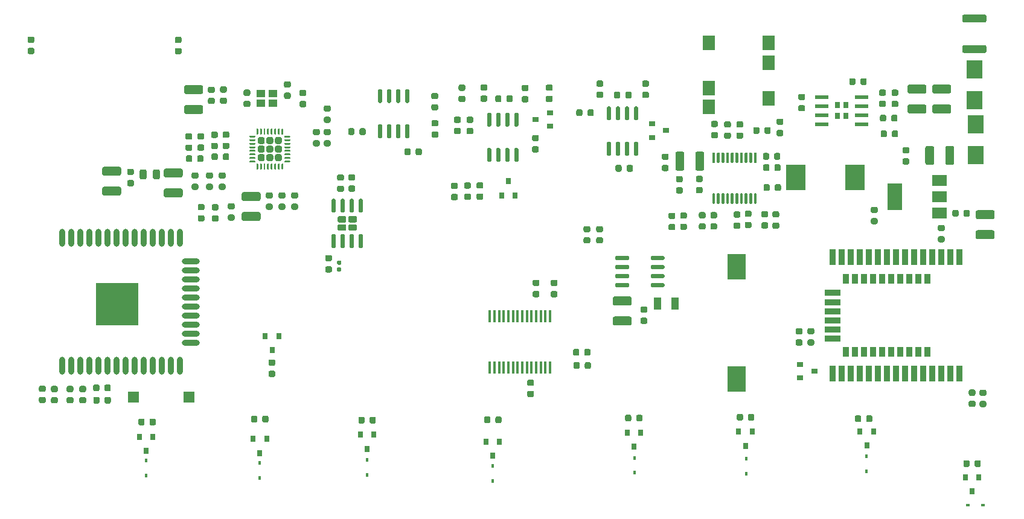
<source format=gtp>
G04 #@! TF.GenerationSoftware,KiCad,Pcbnew,5.1.6-c6e7f7d~87~ubuntu20.04.1*
G04 #@! TF.CreationDate,2020-09-15T10:48:52+07:00*
G04 #@! TF.ProjectId,pas-hw,7061732d-6877-42e6-9b69-6361645f7063,rev?*
G04 #@! TF.SameCoordinates,Original*
G04 #@! TF.FileFunction,Paste,Top*
G04 #@! TF.FilePolarity,Positive*
%FSLAX46Y46*%
G04 Gerber Fmt 4.6, Leading zero omitted, Abs format (unit mm)*
G04 Created by KiCad (PCBNEW 5.1.6-c6e7f7d~87~ubuntu20.04.1) date 2020-09-15 10:48:52*
%MOMM*%
%LPD*%
G01*
G04 APERTURE LIST*
%ADD10R,0.800000X0.900000*%
%ADD11R,1.500000X1.500000*%
%ADD12R,2.300000X2.500000*%
%ADD13R,0.450000X0.600000*%
%ADD14R,0.600000X0.450000*%
%ADD15R,0.900000X0.800000*%
%ADD16R,2.000000X1.500000*%
%ADD17R,2.000000X3.800000*%
%ADD18R,1.150000X1.000000*%
%ADD19R,0.723000X0.930000*%
%ADD20R,1.910000X0.610000*%
%ADD21R,2.700000X3.600000*%
%ADD22R,1.000000X1.800000*%
%ADD23R,0.450000X1.750000*%
%ADD24O,0.900000X2.500000*%
%ADD25O,2.500000X0.900000*%
%ADD26R,6.000000X6.000000*%
%ADD27R,1.750000X2.000000*%
%ADD28R,2.286000X0.812800*%
%ADD29R,0.812800X1.397000*%
%ADD30R,0.812800X2.286000*%
%ADD31R,2.600000X3.540000*%
%ADD32R,2.600000X3.660000*%
G04 APERTURE END LIST*
D10*
X108712000Y-65548000D03*
X109662000Y-67548000D03*
X107762000Y-67548000D03*
G36*
G01*
X143245000Y-67233000D02*
X143445000Y-67233000D01*
G75*
G02*
X143545000Y-67333000I0J-100000D01*
G01*
X143545000Y-68608000D01*
G75*
G02*
X143445000Y-68708000I-100000J0D01*
G01*
X143245000Y-68708000D01*
G75*
G02*
X143145000Y-68608000I0J100000D01*
G01*
X143145000Y-67333000D01*
G75*
G02*
X143245000Y-67233000I100000J0D01*
G01*
G37*
G36*
G01*
X142595000Y-67233000D02*
X142795000Y-67233000D01*
G75*
G02*
X142895000Y-67333000I0J-100000D01*
G01*
X142895000Y-68608000D01*
G75*
G02*
X142795000Y-68708000I-100000J0D01*
G01*
X142595000Y-68708000D01*
G75*
G02*
X142495000Y-68608000I0J100000D01*
G01*
X142495000Y-67333000D01*
G75*
G02*
X142595000Y-67233000I100000J0D01*
G01*
G37*
G36*
G01*
X141945000Y-67233000D02*
X142145000Y-67233000D01*
G75*
G02*
X142245000Y-67333000I0J-100000D01*
G01*
X142245000Y-68608000D01*
G75*
G02*
X142145000Y-68708000I-100000J0D01*
G01*
X141945000Y-68708000D01*
G75*
G02*
X141845000Y-68608000I0J100000D01*
G01*
X141845000Y-67333000D01*
G75*
G02*
X141945000Y-67233000I100000J0D01*
G01*
G37*
G36*
G01*
X141295000Y-67233000D02*
X141495000Y-67233000D01*
G75*
G02*
X141595000Y-67333000I0J-100000D01*
G01*
X141595000Y-68608000D01*
G75*
G02*
X141495000Y-68708000I-100000J0D01*
G01*
X141295000Y-68708000D01*
G75*
G02*
X141195000Y-68608000I0J100000D01*
G01*
X141195000Y-67333000D01*
G75*
G02*
X141295000Y-67233000I100000J0D01*
G01*
G37*
G36*
G01*
X140645000Y-67233000D02*
X140845000Y-67233000D01*
G75*
G02*
X140945000Y-67333000I0J-100000D01*
G01*
X140945000Y-68608000D01*
G75*
G02*
X140845000Y-68708000I-100000J0D01*
G01*
X140645000Y-68708000D01*
G75*
G02*
X140545000Y-68608000I0J100000D01*
G01*
X140545000Y-67333000D01*
G75*
G02*
X140645000Y-67233000I100000J0D01*
G01*
G37*
G36*
G01*
X139995000Y-67233000D02*
X140195000Y-67233000D01*
G75*
G02*
X140295000Y-67333000I0J-100000D01*
G01*
X140295000Y-68608000D01*
G75*
G02*
X140195000Y-68708000I-100000J0D01*
G01*
X139995000Y-68708000D01*
G75*
G02*
X139895000Y-68608000I0J100000D01*
G01*
X139895000Y-67333000D01*
G75*
G02*
X139995000Y-67233000I100000J0D01*
G01*
G37*
G36*
G01*
X139345000Y-67233000D02*
X139545000Y-67233000D01*
G75*
G02*
X139645000Y-67333000I0J-100000D01*
G01*
X139645000Y-68608000D01*
G75*
G02*
X139545000Y-68708000I-100000J0D01*
G01*
X139345000Y-68708000D01*
G75*
G02*
X139245000Y-68608000I0J100000D01*
G01*
X139245000Y-67333000D01*
G75*
G02*
X139345000Y-67233000I100000J0D01*
G01*
G37*
G36*
G01*
X138695000Y-67233000D02*
X138895000Y-67233000D01*
G75*
G02*
X138995000Y-67333000I0J-100000D01*
G01*
X138995000Y-68608000D01*
G75*
G02*
X138895000Y-68708000I-100000J0D01*
G01*
X138695000Y-68708000D01*
G75*
G02*
X138595000Y-68608000I0J100000D01*
G01*
X138595000Y-67333000D01*
G75*
G02*
X138695000Y-67233000I100000J0D01*
G01*
G37*
G36*
G01*
X138045000Y-67233000D02*
X138245000Y-67233000D01*
G75*
G02*
X138345000Y-67333000I0J-100000D01*
G01*
X138345000Y-68608000D01*
G75*
G02*
X138245000Y-68708000I-100000J0D01*
G01*
X138045000Y-68708000D01*
G75*
G02*
X137945000Y-68608000I0J100000D01*
G01*
X137945000Y-67333000D01*
G75*
G02*
X138045000Y-67233000I100000J0D01*
G01*
G37*
G36*
G01*
X137395000Y-67233000D02*
X137595000Y-67233000D01*
G75*
G02*
X137695000Y-67333000I0J-100000D01*
G01*
X137695000Y-68608000D01*
G75*
G02*
X137595000Y-68708000I-100000J0D01*
G01*
X137395000Y-68708000D01*
G75*
G02*
X137295000Y-68608000I0J100000D01*
G01*
X137295000Y-67333000D01*
G75*
G02*
X137395000Y-67233000I100000J0D01*
G01*
G37*
G36*
G01*
X137395000Y-61508000D02*
X137595000Y-61508000D01*
G75*
G02*
X137695000Y-61608000I0J-100000D01*
G01*
X137695000Y-62883000D01*
G75*
G02*
X137595000Y-62983000I-100000J0D01*
G01*
X137395000Y-62983000D01*
G75*
G02*
X137295000Y-62883000I0J100000D01*
G01*
X137295000Y-61608000D01*
G75*
G02*
X137395000Y-61508000I100000J0D01*
G01*
G37*
G36*
G01*
X138045000Y-61508000D02*
X138245000Y-61508000D01*
G75*
G02*
X138345000Y-61608000I0J-100000D01*
G01*
X138345000Y-62883000D01*
G75*
G02*
X138245000Y-62983000I-100000J0D01*
G01*
X138045000Y-62983000D01*
G75*
G02*
X137945000Y-62883000I0J100000D01*
G01*
X137945000Y-61608000D01*
G75*
G02*
X138045000Y-61508000I100000J0D01*
G01*
G37*
G36*
G01*
X138695000Y-61508000D02*
X138895000Y-61508000D01*
G75*
G02*
X138995000Y-61608000I0J-100000D01*
G01*
X138995000Y-62883000D01*
G75*
G02*
X138895000Y-62983000I-100000J0D01*
G01*
X138695000Y-62983000D01*
G75*
G02*
X138595000Y-62883000I0J100000D01*
G01*
X138595000Y-61608000D01*
G75*
G02*
X138695000Y-61508000I100000J0D01*
G01*
G37*
G36*
G01*
X139345000Y-61508000D02*
X139545000Y-61508000D01*
G75*
G02*
X139645000Y-61608000I0J-100000D01*
G01*
X139645000Y-62883000D01*
G75*
G02*
X139545000Y-62983000I-100000J0D01*
G01*
X139345000Y-62983000D01*
G75*
G02*
X139245000Y-62883000I0J100000D01*
G01*
X139245000Y-61608000D01*
G75*
G02*
X139345000Y-61508000I100000J0D01*
G01*
G37*
G36*
G01*
X139995000Y-61508000D02*
X140195000Y-61508000D01*
G75*
G02*
X140295000Y-61608000I0J-100000D01*
G01*
X140295000Y-62883000D01*
G75*
G02*
X140195000Y-62983000I-100000J0D01*
G01*
X139995000Y-62983000D01*
G75*
G02*
X139895000Y-62883000I0J100000D01*
G01*
X139895000Y-61608000D01*
G75*
G02*
X139995000Y-61508000I100000J0D01*
G01*
G37*
G36*
G01*
X140645000Y-61508000D02*
X140845000Y-61508000D01*
G75*
G02*
X140945000Y-61608000I0J-100000D01*
G01*
X140945000Y-62883000D01*
G75*
G02*
X140845000Y-62983000I-100000J0D01*
G01*
X140645000Y-62983000D01*
G75*
G02*
X140545000Y-62883000I0J100000D01*
G01*
X140545000Y-61608000D01*
G75*
G02*
X140645000Y-61508000I100000J0D01*
G01*
G37*
G36*
G01*
X141295000Y-61508000D02*
X141495000Y-61508000D01*
G75*
G02*
X141595000Y-61608000I0J-100000D01*
G01*
X141595000Y-62883000D01*
G75*
G02*
X141495000Y-62983000I-100000J0D01*
G01*
X141295000Y-62983000D01*
G75*
G02*
X141195000Y-62883000I0J100000D01*
G01*
X141195000Y-61608000D01*
G75*
G02*
X141295000Y-61508000I100000J0D01*
G01*
G37*
G36*
G01*
X141945000Y-61508000D02*
X142145000Y-61508000D01*
G75*
G02*
X142245000Y-61608000I0J-100000D01*
G01*
X142245000Y-62883000D01*
G75*
G02*
X142145000Y-62983000I-100000J0D01*
G01*
X141945000Y-62983000D01*
G75*
G02*
X141845000Y-62883000I0J100000D01*
G01*
X141845000Y-61608000D01*
G75*
G02*
X141945000Y-61508000I100000J0D01*
G01*
G37*
G36*
G01*
X142595000Y-61508000D02*
X142795000Y-61508000D01*
G75*
G02*
X142895000Y-61608000I0J-100000D01*
G01*
X142895000Y-62883000D01*
G75*
G02*
X142795000Y-62983000I-100000J0D01*
G01*
X142595000Y-62983000D01*
G75*
G02*
X142495000Y-62883000I0J100000D01*
G01*
X142495000Y-61608000D01*
G75*
G02*
X142595000Y-61508000I100000J0D01*
G01*
G37*
G36*
G01*
X143245000Y-61508000D02*
X143445000Y-61508000D01*
G75*
G02*
X143545000Y-61608000I0J-100000D01*
G01*
X143545000Y-62883000D01*
G75*
G02*
X143445000Y-62983000I-100000J0D01*
G01*
X143245000Y-62983000D01*
G75*
G02*
X143145000Y-62883000I0J100000D01*
G01*
X143145000Y-61608000D01*
G75*
G02*
X143245000Y-61508000I100000J0D01*
G01*
G37*
G36*
G01*
X67316250Y-53144000D02*
X66803750Y-53144000D01*
G75*
G02*
X66585000Y-52925250I0J218750D01*
G01*
X66585000Y-52487750D01*
G75*
G02*
X66803750Y-52269000I218750J0D01*
G01*
X67316250Y-52269000D01*
G75*
G02*
X67535000Y-52487750I0J-218750D01*
G01*
X67535000Y-52925250D01*
G75*
G02*
X67316250Y-53144000I-218750J0D01*
G01*
G37*
G36*
G01*
X67316250Y-54719000D02*
X66803750Y-54719000D01*
G75*
G02*
X66585000Y-54500250I0J218750D01*
G01*
X66585000Y-54062750D01*
G75*
G02*
X66803750Y-53844000I218750J0D01*
G01*
X67316250Y-53844000D01*
G75*
G02*
X67535000Y-54062750I0J-218750D01*
G01*
X67535000Y-54500250D01*
G75*
G02*
X67316250Y-54719000I-218750J0D01*
G01*
G37*
D11*
X56130000Y-95790000D03*
X63930000Y-95790000D03*
G36*
G01*
X75975000Y-62472500D02*
X75975000Y-61987500D01*
G75*
G02*
X76217500Y-61745000I242500J0D01*
G01*
X76702500Y-61745000D01*
G75*
G02*
X76945000Y-61987500I0J-242500D01*
G01*
X76945000Y-62472500D01*
G75*
G02*
X76702500Y-62715000I-242500J0D01*
G01*
X76217500Y-62715000D01*
G75*
G02*
X75975000Y-62472500I0J242500D01*
G01*
G37*
G36*
G01*
X75975000Y-61272500D02*
X75975000Y-60787500D01*
G75*
G02*
X76217500Y-60545000I242500J0D01*
G01*
X76702500Y-60545000D01*
G75*
G02*
X76945000Y-60787500I0J-242500D01*
G01*
X76945000Y-61272500D01*
G75*
G02*
X76702500Y-61515000I-242500J0D01*
G01*
X76217500Y-61515000D01*
G75*
G02*
X75975000Y-61272500I0J242500D01*
G01*
G37*
G36*
G01*
X75975000Y-60072500D02*
X75975000Y-59587500D01*
G75*
G02*
X76217500Y-59345000I242500J0D01*
G01*
X76702500Y-59345000D01*
G75*
G02*
X76945000Y-59587500I0J-242500D01*
G01*
X76945000Y-60072500D01*
G75*
G02*
X76702500Y-60315000I-242500J0D01*
G01*
X76217500Y-60315000D01*
G75*
G02*
X75975000Y-60072500I0J242500D01*
G01*
G37*
G36*
G01*
X74775000Y-62472500D02*
X74775000Y-61987500D01*
G75*
G02*
X75017500Y-61745000I242500J0D01*
G01*
X75502500Y-61745000D01*
G75*
G02*
X75745000Y-61987500I0J-242500D01*
G01*
X75745000Y-62472500D01*
G75*
G02*
X75502500Y-62715000I-242500J0D01*
G01*
X75017500Y-62715000D01*
G75*
G02*
X74775000Y-62472500I0J242500D01*
G01*
G37*
G36*
G01*
X74775000Y-61272500D02*
X74775000Y-60787500D01*
G75*
G02*
X75017500Y-60545000I242500J0D01*
G01*
X75502500Y-60545000D01*
G75*
G02*
X75745000Y-60787500I0J-242500D01*
G01*
X75745000Y-61272500D01*
G75*
G02*
X75502500Y-61515000I-242500J0D01*
G01*
X75017500Y-61515000D01*
G75*
G02*
X74775000Y-61272500I0J242500D01*
G01*
G37*
G36*
G01*
X74775000Y-60072500D02*
X74775000Y-59587500D01*
G75*
G02*
X75017500Y-59345000I242500J0D01*
G01*
X75502500Y-59345000D01*
G75*
G02*
X75745000Y-59587500I0J-242500D01*
G01*
X75745000Y-60072500D01*
G75*
G02*
X75502500Y-60315000I-242500J0D01*
G01*
X75017500Y-60315000D01*
G75*
G02*
X74775000Y-60072500I0J242500D01*
G01*
G37*
G36*
G01*
X73575000Y-62472500D02*
X73575000Y-61987500D01*
G75*
G02*
X73817500Y-61745000I242500J0D01*
G01*
X74302500Y-61745000D01*
G75*
G02*
X74545000Y-61987500I0J-242500D01*
G01*
X74545000Y-62472500D01*
G75*
G02*
X74302500Y-62715000I-242500J0D01*
G01*
X73817500Y-62715000D01*
G75*
G02*
X73575000Y-62472500I0J242500D01*
G01*
G37*
G36*
G01*
X73575000Y-61272500D02*
X73575000Y-60787500D01*
G75*
G02*
X73817500Y-60545000I242500J0D01*
G01*
X74302500Y-60545000D01*
G75*
G02*
X74545000Y-60787500I0J-242500D01*
G01*
X74545000Y-61272500D01*
G75*
G02*
X74302500Y-61515000I-242500J0D01*
G01*
X73817500Y-61515000D01*
G75*
G02*
X73575000Y-61272500I0J242500D01*
G01*
G37*
G36*
G01*
X73575000Y-60072500D02*
X73575000Y-59587500D01*
G75*
G02*
X73817500Y-59345000I242500J0D01*
G01*
X74302500Y-59345000D01*
G75*
G02*
X74545000Y-59587500I0J-242500D01*
G01*
X74545000Y-60072500D01*
G75*
G02*
X74302500Y-60315000I-242500J0D01*
G01*
X73817500Y-60315000D01*
G75*
G02*
X73575000Y-60072500I0J242500D01*
G01*
G37*
G36*
G01*
X73385000Y-58917500D02*
X73385000Y-58242500D01*
G75*
G02*
X73447500Y-58180000I62500J0D01*
G01*
X73572500Y-58180000D01*
G75*
G02*
X73635000Y-58242500I0J-62500D01*
G01*
X73635000Y-58917500D01*
G75*
G02*
X73572500Y-58980000I-62500J0D01*
G01*
X73447500Y-58980000D01*
G75*
G02*
X73385000Y-58917500I0J62500D01*
G01*
G37*
G36*
G01*
X73885000Y-58917500D02*
X73885000Y-58242500D01*
G75*
G02*
X73947500Y-58180000I62500J0D01*
G01*
X74072500Y-58180000D01*
G75*
G02*
X74135000Y-58242500I0J-62500D01*
G01*
X74135000Y-58917500D01*
G75*
G02*
X74072500Y-58980000I-62500J0D01*
G01*
X73947500Y-58980000D01*
G75*
G02*
X73885000Y-58917500I0J62500D01*
G01*
G37*
G36*
G01*
X74385000Y-58917500D02*
X74385000Y-58242500D01*
G75*
G02*
X74447500Y-58180000I62500J0D01*
G01*
X74572500Y-58180000D01*
G75*
G02*
X74635000Y-58242500I0J-62500D01*
G01*
X74635000Y-58917500D01*
G75*
G02*
X74572500Y-58980000I-62500J0D01*
G01*
X74447500Y-58980000D01*
G75*
G02*
X74385000Y-58917500I0J62500D01*
G01*
G37*
G36*
G01*
X74885000Y-58917500D02*
X74885000Y-58242500D01*
G75*
G02*
X74947500Y-58180000I62500J0D01*
G01*
X75072500Y-58180000D01*
G75*
G02*
X75135000Y-58242500I0J-62500D01*
G01*
X75135000Y-58917500D01*
G75*
G02*
X75072500Y-58980000I-62500J0D01*
G01*
X74947500Y-58980000D01*
G75*
G02*
X74885000Y-58917500I0J62500D01*
G01*
G37*
G36*
G01*
X75385000Y-58917500D02*
X75385000Y-58242500D01*
G75*
G02*
X75447500Y-58180000I62500J0D01*
G01*
X75572500Y-58180000D01*
G75*
G02*
X75635000Y-58242500I0J-62500D01*
G01*
X75635000Y-58917500D01*
G75*
G02*
X75572500Y-58980000I-62500J0D01*
G01*
X75447500Y-58980000D01*
G75*
G02*
X75385000Y-58917500I0J62500D01*
G01*
G37*
G36*
G01*
X75885000Y-58917500D02*
X75885000Y-58242500D01*
G75*
G02*
X75947500Y-58180000I62500J0D01*
G01*
X76072500Y-58180000D01*
G75*
G02*
X76135000Y-58242500I0J-62500D01*
G01*
X76135000Y-58917500D01*
G75*
G02*
X76072500Y-58980000I-62500J0D01*
G01*
X75947500Y-58980000D01*
G75*
G02*
X75885000Y-58917500I0J62500D01*
G01*
G37*
G36*
G01*
X76385000Y-58917500D02*
X76385000Y-58242500D01*
G75*
G02*
X76447500Y-58180000I62500J0D01*
G01*
X76572500Y-58180000D01*
G75*
G02*
X76635000Y-58242500I0J-62500D01*
G01*
X76635000Y-58917500D01*
G75*
G02*
X76572500Y-58980000I-62500J0D01*
G01*
X76447500Y-58980000D01*
G75*
G02*
X76385000Y-58917500I0J62500D01*
G01*
G37*
G36*
G01*
X76885000Y-58917500D02*
X76885000Y-58242500D01*
G75*
G02*
X76947500Y-58180000I62500J0D01*
G01*
X77072500Y-58180000D01*
G75*
G02*
X77135000Y-58242500I0J-62500D01*
G01*
X77135000Y-58917500D01*
G75*
G02*
X77072500Y-58980000I-62500J0D01*
G01*
X76947500Y-58980000D01*
G75*
G02*
X76885000Y-58917500I0J62500D01*
G01*
G37*
G36*
G01*
X77310000Y-59342500D02*
X77310000Y-59217500D01*
G75*
G02*
X77372500Y-59155000I62500J0D01*
G01*
X78047500Y-59155000D01*
G75*
G02*
X78110000Y-59217500I0J-62500D01*
G01*
X78110000Y-59342500D01*
G75*
G02*
X78047500Y-59405000I-62500J0D01*
G01*
X77372500Y-59405000D01*
G75*
G02*
X77310000Y-59342500I0J62500D01*
G01*
G37*
G36*
G01*
X77310000Y-59842500D02*
X77310000Y-59717500D01*
G75*
G02*
X77372500Y-59655000I62500J0D01*
G01*
X78047500Y-59655000D01*
G75*
G02*
X78110000Y-59717500I0J-62500D01*
G01*
X78110000Y-59842500D01*
G75*
G02*
X78047500Y-59905000I-62500J0D01*
G01*
X77372500Y-59905000D01*
G75*
G02*
X77310000Y-59842500I0J62500D01*
G01*
G37*
G36*
G01*
X77310000Y-60342500D02*
X77310000Y-60217500D01*
G75*
G02*
X77372500Y-60155000I62500J0D01*
G01*
X78047500Y-60155000D01*
G75*
G02*
X78110000Y-60217500I0J-62500D01*
G01*
X78110000Y-60342500D01*
G75*
G02*
X78047500Y-60405000I-62500J0D01*
G01*
X77372500Y-60405000D01*
G75*
G02*
X77310000Y-60342500I0J62500D01*
G01*
G37*
G36*
G01*
X77310000Y-60842500D02*
X77310000Y-60717500D01*
G75*
G02*
X77372500Y-60655000I62500J0D01*
G01*
X78047500Y-60655000D01*
G75*
G02*
X78110000Y-60717500I0J-62500D01*
G01*
X78110000Y-60842500D01*
G75*
G02*
X78047500Y-60905000I-62500J0D01*
G01*
X77372500Y-60905000D01*
G75*
G02*
X77310000Y-60842500I0J62500D01*
G01*
G37*
G36*
G01*
X77310000Y-61342500D02*
X77310000Y-61217500D01*
G75*
G02*
X77372500Y-61155000I62500J0D01*
G01*
X78047500Y-61155000D01*
G75*
G02*
X78110000Y-61217500I0J-62500D01*
G01*
X78110000Y-61342500D01*
G75*
G02*
X78047500Y-61405000I-62500J0D01*
G01*
X77372500Y-61405000D01*
G75*
G02*
X77310000Y-61342500I0J62500D01*
G01*
G37*
G36*
G01*
X77310000Y-61842500D02*
X77310000Y-61717500D01*
G75*
G02*
X77372500Y-61655000I62500J0D01*
G01*
X78047500Y-61655000D01*
G75*
G02*
X78110000Y-61717500I0J-62500D01*
G01*
X78110000Y-61842500D01*
G75*
G02*
X78047500Y-61905000I-62500J0D01*
G01*
X77372500Y-61905000D01*
G75*
G02*
X77310000Y-61842500I0J62500D01*
G01*
G37*
G36*
G01*
X77310000Y-62342500D02*
X77310000Y-62217500D01*
G75*
G02*
X77372500Y-62155000I62500J0D01*
G01*
X78047500Y-62155000D01*
G75*
G02*
X78110000Y-62217500I0J-62500D01*
G01*
X78110000Y-62342500D01*
G75*
G02*
X78047500Y-62405000I-62500J0D01*
G01*
X77372500Y-62405000D01*
G75*
G02*
X77310000Y-62342500I0J62500D01*
G01*
G37*
G36*
G01*
X77310000Y-62842500D02*
X77310000Y-62717500D01*
G75*
G02*
X77372500Y-62655000I62500J0D01*
G01*
X78047500Y-62655000D01*
G75*
G02*
X78110000Y-62717500I0J-62500D01*
G01*
X78110000Y-62842500D01*
G75*
G02*
X78047500Y-62905000I-62500J0D01*
G01*
X77372500Y-62905000D01*
G75*
G02*
X77310000Y-62842500I0J62500D01*
G01*
G37*
G36*
G01*
X76885000Y-63817500D02*
X76885000Y-63142500D01*
G75*
G02*
X76947500Y-63080000I62500J0D01*
G01*
X77072500Y-63080000D01*
G75*
G02*
X77135000Y-63142500I0J-62500D01*
G01*
X77135000Y-63817500D01*
G75*
G02*
X77072500Y-63880000I-62500J0D01*
G01*
X76947500Y-63880000D01*
G75*
G02*
X76885000Y-63817500I0J62500D01*
G01*
G37*
G36*
G01*
X76385000Y-63817500D02*
X76385000Y-63142500D01*
G75*
G02*
X76447500Y-63080000I62500J0D01*
G01*
X76572500Y-63080000D01*
G75*
G02*
X76635000Y-63142500I0J-62500D01*
G01*
X76635000Y-63817500D01*
G75*
G02*
X76572500Y-63880000I-62500J0D01*
G01*
X76447500Y-63880000D01*
G75*
G02*
X76385000Y-63817500I0J62500D01*
G01*
G37*
G36*
G01*
X75885000Y-63817500D02*
X75885000Y-63142500D01*
G75*
G02*
X75947500Y-63080000I62500J0D01*
G01*
X76072500Y-63080000D01*
G75*
G02*
X76135000Y-63142500I0J-62500D01*
G01*
X76135000Y-63817500D01*
G75*
G02*
X76072500Y-63880000I-62500J0D01*
G01*
X75947500Y-63880000D01*
G75*
G02*
X75885000Y-63817500I0J62500D01*
G01*
G37*
G36*
G01*
X75385000Y-63817500D02*
X75385000Y-63142500D01*
G75*
G02*
X75447500Y-63080000I62500J0D01*
G01*
X75572500Y-63080000D01*
G75*
G02*
X75635000Y-63142500I0J-62500D01*
G01*
X75635000Y-63817500D01*
G75*
G02*
X75572500Y-63880000I-62500J0D01*
G01*
X75447500Y-63880000D01*
G75*
G02*
X75385000Y-63817500I0J62500D01*
G01*
G37*
G36*
G01*
X74885000Y-63817500D02*
X74885000Y-63142500D01*
G75*
G02*
X74947500Y-63080000I62500J0D01*
G01*
X75072500Y-63080000D01*
G75*
G02*
X75135000Y-63142500I0J-62500D01*
G01*
X75135000Y-63817500D01*
G75*
G02*
X75072500Y-63880000I-62500J0D01*
G01*
X74947500Y-63880000D01*
G75*
G02*
X74885000Y-63817500I0J62500D01*
G01*
G37*
G36*
G01*
X74385000Y-63817500D02*
X74385000Y-63142500D01*
G75*
G02*
X74447500Y-63080000I62500J0D01*
G01*
X74572500Y-63080000D01*
G75*
G02*
X74635000Y-63142500I0J-62500D01*
G01*
X74635000Y-63817500D01*
G75*
G02*
X74572500Y-63880000I-62500J0D01*
G01*
X74447500Y-63880000D01*
G75*
G02*
X74385000Y-63817500I0J62500D01*
G01*
G37*
G36*
G01*
X73885000Y-63817500D02*
X73885000Y-63142500D01*
G75*
G02*
X73947500Y-63080000I62500J0D01*
G01*
X74072500Y-63080000D01*
G75*
G02*
X74135000Y-63142500I0J-62500D01*
G01*
X74135000Y-63817500D01*
G75*
G02*
X74072500Y-63880000I-62500J0D01*
G01*
X73947500Y-63880000D01*
G75*
G02*
X73885000Y-63817500I0J62500D01*
G01*
G37*
G36*
G01*
X73385000Y-63817500D02*
X73385000Y-63142500D01*
G75*
G02*
X73447500Y-63080000I62500J0D01*
G01*
X73572500Y-63080000D01*
G75*
G02*
X73635000Y-63142500I0J-62500D01*
G01*
X73635000Y-63817500D01*
G75*
G02*
X73572500Y-63880000I-62500J0D01*
G01*
X73447500Y-63880000D01*
G75*
G02*
X73385000Y-63817500I0J62500D01*
G01*
G37*
G36*
G01*
X72410000Y-62842500D02*
X72410000Y-62717500D01*
G75*
G02*
X72472500Y-62655000I62500J0D01*
G01*
X73147500Y-62655000D01*
G75*
G02*
X73210000Y-62717500I0J-62500D01*
G01*
X73210000Y-62842500D01*
G75*
G02*
X73147500Y-62905000I-62500J0D01*
G01*
X72472500Y-62905000D01*
G75*
G02*
X72410000Y-62842500I0J62500D01*
G01*
G37*
G36*
G01*
X72410000Y-62342500D02*
X72410000Y-62217500D01*
G75*
G02*
X72472500Y-62155000I62500J0D01*
G01*
X73147500Y-62155000D01*
G75*
G02*
X73210000Y-62217500I0J-62500D01*
G01*
X73210000Y-62342500D01*
G75*
G02*
X73147500Y-62405000I-62500J0D01*
G01*
X72472500Y-62405000D01*
G75*
G02*
X72410000Y-62342500I0J62500D01*
G01*
G37*
G36*
G01*
X72410000Y-61842500D02*
X72410000Y-61717500D01*
G75*
G02*
X72472500Y-61655000I62500J0D01*
G01*
X73147500Y-61655000D01*
G75*
G02*
X73210000Y-61717500I0J-62500D01*
G01*
X73210000Y-61842500D01*
G75*
G02*
X73147500Y-61905000I-62500J0D01*
G01*
X72472500Y-61905000D01*
G75*
G02*
X72410000Y-61842500I0J62500D01*
G01*
G37*
G36*
G01*
X72410000Y-61342500D02*
X72410000Y-61217500D01*
G75*
G02*
X72472500Y-61155000I62500J0D01*
G01*
X73147500Y-61155000D01*
G75*
G02*
X73210000Y-61217500I0J-62500D01*
G01*
X73210000Y-61342500D01*
G75*
G02*
X73147500Y-61405000I-62500J0D01*
G01*
X72472500Y-61405000D01*
G75*
G02*
X72410000Y-61342500I0J62500D01*
G01*
G37*
G36*
G01*
X72410000Y-60842500D02*
X72410000Y-60717500D01*
G75*
G02*
X72472500Y-60655000I62500J0D01*
G01*
X73147500Y-60655000D01*
G75*
G02*
X73210000Y-60717500I0J-62500D01*
G01*
X73210000Y-60842500D01*
G75*
G02*
X73147500Y-60905000I-62500J0D01*
G01*
X72472500Y-60905000D01*
G75*
G02*
X72410000Y-60842500I0J62500D01*
G01*
G37*
G36*
G01*
X72410000Y-60342500D02*
X72410000Y-60217500D01*
G75*
G02*
X72472500Y-60155000I62500J0D01*
G01*
X73147500Y-60155000D01*
G75*
G02*
X73210000Y-60217500I0J-62500D01*
G01*
X73210000Y-60342500D01*
G75*
G02*
X73147500Y-60405000I-62500J0D01*
G01*
X72472500Y-60405000D01*
G75*
G02*
X72410000Y-60342500I0J62500D01*
G01*
G37*
G36*
G01*
X72410000Y-59842500D02*
X72410000Y-59717500D01*
G75*
G02*
X72472500Y-59655000I62500J0D01*
G01*
X73147500Y-59655000D01*
G75*
G02*
X73210000Y-59717500I0J-62500D01*
G01*
X73210000Y-59842500D01*
G75*
G02*
X73147500Y-59905000I-62500J0D01*
G01*
X72472500Y-59905000D01*
G75*
G02*
X72410000Y-59842500I0J62500D01*
G01*
G37*
G36*
G01*
X72410000Y-59342500D02*
X72410000Y-59217500D01*
G75*
G02*
X72472500Y-59155000I62500J0D01*
G01*
X73147500Y-59155000D01*
G75*
G02*
X73210000Y-59217500I0J-62500D01*
G01*
X73210000Y-59342500D01*
G75*
G02*
X73147500Y-59405000I-62500J0D01*
G01*
X72472500Y-59405000D01*
G75*
G02*
X72410000Y-59342500I0J62500D01*
G01*
G37*
G36*
G01*
X149573750Y-54860000D02*
X150086250Y-54860000D01*
G75*
G02*
X150305000Y-55078750I0J-218750D01*
G01*
X150305000Y-55516250D01*
G75*
G02*
X150086250Y-55735000I-218750J0D01*
G01*
X149573750Y-55735000D01*
G75*
G02*
X149355000Y-55516250I0J218750D01*
G01*
X149355000Y-55078750D01*
G75*
G02*
X149573750Y-54860000I218750J0D01*
G01*
G37*
G36*
G01*
X149573750Y-53285000D02*
X150086250Y-53285000D01*
G75*
G02*
X150305000Y-53503750I0J-218750D01*
G01*
X150305000Y-53941250D01*
G75*
G02*
X150086250Y-54160000I-218750J0D01*
G01*
X149573750Y-54160000D01*
G75*
G02*
X149355000Y-53941250I0J218750D01*
G01*
X149355000Y-53503750D01*
G75*
G02*
X149573750Y-53285000I218750J0D01*
G01*
G37*
G36*
G01*
X58880000Y-65036250D02*
X58880000Y-64123750D01*
G75*
G02*
X59123750Y-63880000I243750J0D01*
G01*
X59611250Y-63880000D01*
G75*
G02*
X59855000Y-64123750I0J-243750D01*
G01*
X59855000Y-65036250D01*
G75*
G02*
X59611250Y-65280000I-243750J0D01*
G01*
X59123750Y-65280000D01*
G75*
G02*
X58880000Y-65036250I0J243750D01*
G01*
G37*
G36*
G01*
X57005000Y-65036250D02*
X57005000Y-64123750D01*
G75*
G02*
X57248750Y-63880000I243750J0D01*
G01*
X57736250Y-63880000D01*
G75*
G02*
X57980000Y-64123750I0J-243750D01*
G01*
X57980000Y-65036250D01*
G75*
G02*
X57736250Y-65280000I-243750J0D01*
G01*
X57248750Y-65280000D01*
G75*
G02*
X57005000Y-65036250I0J243750D01*
G01*
G37*
G36*
G01*
X176645000Y-70865000D02*
X174495000Y-70865000D01*
G75*
G02*
X174245000Y-70615000I0J250000D01*
G01*
X174245000Y-69865000D01*
G75*
G02*
X174495000Y-69615000I250000J0D01*
G01*
X176645000Y-69615000D01*
G75*
G02*
X176895000Y-69865000I0J-250000D01*
G01*
X176895000Y-70615000D01*
G75*
G02*
X176645000Y-70865000I-250000J0D01*
G01*
G37*
G36*
G01*
X176645000Y-73665000D02*
X174495000Y-73665000D01*
G75*
G02*
X174245000Y-73415000I0J250000D01*
G01*
X174245000Y-72665000D01*
G75*
G02*
X174495000Y-72415000I250000J0D01*
G01*
X176645000Y-72415000D01*
G75*
G02*
X176895000Y-72665000I0J-250000D01*
G01*
X176895000Y-73415000D01*
G75*
G02*
X176645000Y-73665000I-250000J0D01*
G01*
G37*
D12*
X174060000Y-49850000D03*
X174060000Y-54150000D03*
G36*
G01*
X84995000Y-71570000D02*
X85745000Y-71570000D01*
G75*
G02*
X85975000Y-71800000I0J-230000D01*
G01*
X85975000Y-72260000D01*
G75*
G02*
X85745000Y-72490000I-230000J0D01*
G01*
X84995000Y-72490000D01*
G75*
G02*
X84765000Y-72260000I0J230000D01*
G01*
X84765000Y-71800000D01*
G75*
G02*
X84995000Y-71570000I230000J0D01*
G01*
G37*
G36*
G01*
X86495000Y-71570000D02*
X87245000Y-71570000D01*
G75*
G02*
X87475000Y-71800000I0J-230000D01*
G01*
X87475000Y-72260000D01*
G75*
G02*
X87245000Y-72490000I-230000J0D01*
G01*
X86495000Y-72490000D01*
G75*
G02*
X86265000Y-72260000I0J230000D01*
G01*
X86265000Y-71800000D01*
G75*
G02*
X86495000Y-71570000I230000J0D01*
G01*
G37*
G36*
G01*
X84995000Y-70430000D02*
X85745000Y-70430000D01*
G75*
G02*
X85975000Y-70660000I0J-230000D01*
G01*
X85975000Y-71120000D01*
G75*
G02*
X85745000Y-71350000I-230000J0D01*
G01*
X84995000Y-71350000D01*
G75*
G02*
X84765000Y-71120000I0J230000D01*
G01*
X84765000Y-70660000D01*
G75*
G02*
X84995000Y-70430000I230000J0D01*
G01*
G37*
G36*
G01*
X86495000Y-70430000D02*
X87245000Y-70430000D01*
G75*
G02*
X87475000Y-70660000I0J-230000D01*
G01*
X87475000Y-71120000D01*
G75*
G02*
X87245000Y-71350000I-230000J0D01*
G01*
X86495000Y-71350000D01*
G75*
G02*
X86265000Y-71120000I0J230000D01*
G01*
X86265000Y-70660000D01*
G75*
G02*
X86495000Y-70430000I230000J0D01*
G01*
G37*
G36*
G01*
X87875000Y-72960000D02*
X88175000Y-72960000D01*
G75*
G02*
X88325000Y-73110000I0J-150000D01*
G01*
X88325000Y-74760000D01*
G75*
G02*
X88175000Y-74910000I-150000J0D01*
G01*
X87875000Y-74910000D01*
G75*
G02*
X87725000Y-74760000I0J150000D01*
G01*
X87725000Y-73110000D01*
G75*
G02*
X87875000Y-72960000I150000J0D01*
G01*
G37*
G36*
G01*
X86605000Y-72960000D02*
X86905000Y-72960000D01*
G75*
G02*
X87055000Y-73110000I0J-150000D01*
G01*
X87055000Y-74760000D01*
G75*
G02*
X86905000Y-74910000I-150000J0D01*
G01*
X86605000Y-74910000D01*
G75*
G02*
X86455000Y-74760000I0J150000D01*
G01*
X86455000Y-73110000D01*
G75*
G02*
X86605000Y-72960000I150000J0D01*
G01*
G37*
G36*
G01*
X85335000Y-72960000D02*
X85635000Y-72960000D01*
G75*
G02*
X85785000Y-73110000I0J-150000D01*
G01*
X85785000Y-74760000D01*
G75*
G02*
X85635000Y-74910000I-150000J0D01*
G01*
X85335000Y-74910000D01*
G75*
G02*
X85185000Y-74760000I0J150000D01*
G01*
X85185000Y-73110000D01*
G75*
G02*
X85335000Y-72960000I150000J0D01*
G01*
G37*
G36*
G01*
X84065000Y-72960000D02*
X84365000Y-72960000D01*
G75*
G02*
X84515000Y-73110000I0J-150000D01*
G01*
X84515000Y-74760000D01*
G75*
G02*
X84365000Y-74910000I-150000J0D01*
G01*
X84065000Y-74910000D01*
G75*
G02*
X83915000Y-74760000I0J150000D01*
G01*
X83915000Y-73110000D01*
G75*
G02*
X84065000Y-72960000I150000J0D01*
G01*
G37*
G36*
G01*
X84065000Y-68010000D02*
X84365000Y-68010000D01*
G75*
G02*
X84515000Y-68160000I0J-150000D01*
G01*
X84515000Y-69810000D01*
G75*
G02*
X84365000Y-69960000I-150000J0D01*
G01*
X84065000Y-69960000D01*
G75*
G02*
X83915000Y-69810000I0J150000D01*
G01*
X83915000Y-68160000D01*
G75*
G02*
X84065000Y-68010000I150000J0D01*
G01*
G37*
G36*
G01*
X85335000Y-68010000D02*
X85635000Y-68010000D01*
G75*
G02*
X85785000Y-68160000I0J-150000D01*
G01*
X85785000Y-69810000D01*
G75*
G02*
X85635000Y-69960000I-150000J0D01*
G01*
X85335000Y-69960000D01*
G75*
G02*
X85185000Y-69810000I0J150000D01*
G01*
X85185000Y-68160000D01*
G75*
G02*
X85335000Y-68010000I150000J0D01*
G01*
G37*
G36*
G01*
X86605000Y-68010000D02*
X86905000Y-68010000D01*
G75*
G02*
X87055000Y-68160000I0J-150000D01*
G01*
X87055000Y-69810000D01*
G75*
G02*
X86905000Y-69960000I-150000J0D01*
G01*
X86605000Y-69960000D01*
G75*
G02*
X86455000Y-69810000I0J150000D01*
G01*
X86455000Y-68160000D01*
G75*
G02*
X86605000Y-68010000I150000J0D01*
G01*
G37*
G36*
G01*
X87875000Y-68010000D02*
X88175000Y-68010000D01*
G75*
G02*
X88325000Y-68160000I0J-150000D01*
G01*
X88325000Y-69810000D01*
G75*
G02*
X88175000Y-69960000I-150000J0D01*
G01*
X87875000Y-69960000D01*
G75*
G02*
X87725000Y-69810000I0J150000D01*
G01*
X87725000Y-68160000D01*
G75*
G02*
X87875000Y-68010000I150000J0D01*
G01*
G37*
G36*
G01*
X168405000Y-54785000D02*
X170555000Y-54785000D01*
G75*
G02*
X170805000Y-55035000I0J-250000D01*
G01*
X170805000Y-55785000D01*
G75*
G02*
X170555000Y-56035000I-250000J0D01*
G01*
X168405000Y-56035000D01*
G75*
G02*
X168155000Y-55785000I0J250000D01*
G01*
X168155000Y-55035000D01*
G75*
G02*
X168405000Y-54785000I250000J0D01*
G01*
G37*
G36*
G01*
X168405000Y-51985000D02*
X170555000Y-51985000D01*
G75*
G02*
X170805000Y-52235000I0J-250000D01*
G01*
X170805000Y-52985000D01*
G75*
G02*
X170555000Y-53235000I-250000J0D01*
G01*
X168405000Y-53235000D01*
G75*
G02*
X168155000Y-52985000I0J250000D01*
G01*
X168155000Y-52235000D01*
G75*
G02*
X168405000Y-51985000I250000J0D01*
G01*
G37*
G36*
G01*
X164935000Y-54785000D02*
X167085000Y-54785000D01*
G75*
G02*
X167335000Y-55035000I0J-250000D01*
G01*
X167335000Y-55785000D01*
G75*
G02*
X167085000Y-56035000I-250000J0D01*
G01*
X164935000Y-56035000D01*
G75*
G02*
X164685000Y-55785000I0J250000D01*
G01*
X164685000Y-55035000D01*
G75*
G02*
X164935000Y-54785000I250000J0D01*
G01*
G37*
G36*
G01*
X164935000Y-51985000D02*
X167085000Y-51985000D01*
G75*
G02*
X167335000Y-52235000I0J-250000D01*
G01*
X167335000Y-52985000D01*
G75*
G02*
X167085000Y-53235000I-250000J0D01*
G01*
X164935000Y-53235000D01*
G75*
G02*
X164685000Y-52985000I0J250000D01*
G01*
X164685000Y-52235000D01*
G75*
G02*
X164935000Y-51985000I250000J0D01*
G01*
G37*
G36*
G01*
X162663750Y-54260000D02*
X163176250Y-54260000D01*
G75*
G02*
X163395000Y-54478750I0J-218750D01*
G01*
X163395000Y-54916250D01*
G75*
G02*
X163176250Y-55135000I-218750J0D01*
G01*
X162663750Y-55135000D01*
G75*
G02*
X162445000Y-54916250I0J218750D01*
G01*
X162445000Y-54478750D01*
G75*
G02*
X162663750Y-54260000I218750J0D01*
G01*
G37*
G36*
G01*
X162663750Y-52685000D02*
X163176250Y-52685000D01*
G75*
G02*
X163395000Y-52903750I0J-218750D01*
G01*
X163395000Y-53341250D01*
G75*
G02*
X163176250Y-53560000I-218750J0D01*
G01*
X162663750Y-53560000D01*
G75*
G02*
X162445000Y-53341250I0J218750D01*
G01*
X162445000Y-52903750D01*
G75*
G02*
X162663750Y-52685000I218750J0D01*
G01*
G37*
G36*
G01*
X157384000Y-51305750D02*
X157384000Y-51818250D01*
G75*
G02*
X157165250Y-52037000I-218750J0D01*
G01*
X156727750Y-52037000D01*
G75*
G02*
X156509000Y-51818250I0J218750D01*
G01*
X156509000Y-51305750D01*
G75*
G02*
X156727750Y-51087000I218750J0D01*
G01*
X157165250Y-51087000D01*
G75*
G02*
X157384000Y-51305750I0J-218750D01*
G01*
G37*
G36*
G01*
X158959000Y-51305750D02*
X158959000Y-51818250D01*
G75*
G02*
X158740250Y-52037000I-218750J0D01*
G01*
X158302750Y-52037000D01*
G75*
G02*
X158084000Y-51818250I0J218750D01*
G01*
X158084000Y-51305750D01*
G75*
G02*
X158302750Y-51087000I218750J0D01*
G01*
X158740250Y-51087000D01*
G75*
G02*
X158959000Y-51305750I0J-218750D01*
G01*
G37*
G36*
G01*
X172550000Y-70296250D02*
X172550000Y-69783750D01*
G75*
G02*
X172768750Y-69565000I218750J0D01*
G01*
X173206250Y-69565000D01*
G75*
G02*
X173425000Y-69783750I0J-218750D01*
G01*
X173425000Y-70296250D01*
G75*
G02*
X173206250Y-70515000I-218750J0D01*
G01*
X172768750Y-70515000D01*
G75*
G02*
X172550000Y-70296250I0J218750D01*
G01*
G37*
G36*
G01*
X170975000Y-70296250D02*
X170975000Y-69783750D01*
G75*
G02*
X171193750Y-69565000I218750J0D01*
G01*
X171631250Y-69565000D01*
G75*
G02*
X171850000Y-69783750I0J-218750D01*
G01*
X171850000Y-70296250D01*
G75*
G02*
X171631250Y-70515000I-218750J0D01*
G01*
X171193750Y-70515000D01*
G75*
G02*
X170975000Y-70296250I0J218750D01*
G01*
G37*
G36*
G01*
X159763750Y-70708000D02*
X160276250Y-70708000D01*
G75*
G02*
X160495000Y-70926750I0J-218750D01*
G01*
X160495000Y-71364250D01*
G75*
G02*
X160276250Y-71583000I-218750J0D01*
G01*
X159763750Y-71583000D01*
G75*
G02*
X159545000Y-71364250I0J218750D01*
G01*
X159545000Y-70926750D01*
G75*
G02*
X159763750Y-70708000I218750J0D01*
G01*
G37*
G36*
G01*
X159763750Y-69133000D02*
X160276250Y-69133000D01*
G75*
G02*
X160495000Y-69351750I0J-218750D01*
G01*
X160495000Y-69789250D01*
G75*
G02*
X160276250Y-70008000I-218750J0D01*
G01*
X159763750Y-70008000D01*
G75*
G02*
X159545000Y-69789250I0J218750D01*
G01*
X159545000Y-69351750D01*
G75*
G02*
X159763750Y-69133000I218750J0D01*
G01*
G37*
G36*
G01*
X169975000Y-63005000D02*
X169975000Y-60855000D01*
G75*
G02*
X170225000Y-60605000I250000J0D01*
G01*
X170975000Y-60605000D01*
G75*
G02*
X171225000Y-60855000I0J-250000D01*
G01*
X171225000Y-63005000D01*
G75*
G02*
X170975000Y-63255000I-250000J0D01*
G01*
X170225000Y-63255000D01*
G75*
G02*
X169975000Y-63005000I0J250000D01*
G01*
G37*
G36*
G01*
X167175000Y-63005000D02*
X167175000Y-60855000D01*
G75*
G02*
X167425000Y-60605000I250000J0D01*
G01*
X168175000Y-60605000D01*
G75*
G02*
X168425000Y-60855000I0J-250000D01*
G01*
X168425000Y-63005000D01*
G75*
G02*
X168175000Y-63255000I-250000J0D01*
G01*
X167425000Y-63255000D01*
G75*
G02*
X167175000Y-63005000I0J250000D01*
G01*
G37*
G36*
G01*
X43616250Y-95100000D02*
X43103750Y-95100000D01*
G75*
G02*
X42885000Y-94881250I0J218750D01*
G01*
X42885000Y-94443750D01*
G75*
G02*
X43103750Y-94225000I218750J0D01*
G01*
X43616250Y-94225000D01*
G75*
G02*
X43835000Y-94443750I0J-218750D01*
G01*
X43835000Y-94881250D01*
G75*
G02*
X43616250Y-95100000I-218750J0D01*
G01*
G37*
G36*
G01*
X43616250Y-96675000D02*
X43103750Y-96675000D01*
G75*
G02*
X42885000Y-96456250I0J218750D01*
G01*
X42885000Y-96018750D01*
G75*
G02*
X43103750Y-95800000I218750J0D01*
G01*
X43616250Y-95800000D01*
G75*
G02*
X43835000Y-96018750I0J-218750D01*
G01*
X43835000Y-96456250D01*
G75*
G02*
X43616250Y-96675000I-218750J0D01*
G01*
G37*
G36*
G01*
X123595000Y-84515000D02*
X125745000Y-84515000D01*
G75*
G02*
X125995000Y-84765000I0J-250000D01*
G01*
X125995000Y-85515000D01*
G75*
G02*
X125745000Y-85765000I-250000J0D01*
G01*
X123595000Y-85765000D01*
G75*
G02*
X123345000Y-85515000I0J250000D01*
G01*
X123345000Y-84765000D01*
G75*
G02*
X123595000Y-84515000I250000J0D01*
G01*
G37*
G36*
G01*
X123595000Y-81715000D02*
X125745000Y-81715000D01*
G75*
G02*
X125995000Y-81965000I0J-250000D01*
G01*
X125995000Y-82715000D01*
G75*
G02*
X125745000Y-82965000I-250000J0D01*
G01*
X123595000Y-82965000D01*
G75*
G02*
X123345000Y-82715000I0J250000D01*
G01*
X123345000Y-81965000D01*
G75*
G02*
X123595000Y-81715000I250000J0D01*
G01*
G37*
G36*
G01*
X127463750Y-84680000D02*
X127976250Y-84680000D01*
G75*
G02*
X128195000Y-84898750I0J-218750D01*
G01*
X128195000Y-85336250D01*
G75*
G02*
X127976250Y-85555000I-218750J0D01*
G01*
X127463750Y-85555000D01*
G75*
G02*
X127245000Y-85336250I0J218750D01*
G01*
X127245000Y-84898750D01*
G75*
G02*
X127463750Y-84680000I218750J0D01*
G01*
G37*
G36*
G01*
X127463750Y-83105000D02*
X127976250Y-83105000D01*
G75*
G02*
X128195000Y-83323750I0J-218750D01*
G01*
X128195000Y-83761250D01*
G75*
G02*
X127976250Y-83980000I-218750J0D01*
G01*
X127463750Y-83980000D01*
G75*
G02*
X127245000Y-83761250I0J218750D01*
G01*
X127245000Y-83323750D01*
G75*
G02*
X127463750Y-83105000I218750J0D01*
G01*
G37*
G36*
G01*
X95700000Y-61666250D02*
X95700000Y-61153750D01*
G75*
G02*
X95918750Y-60935000I218750J0D01*
G01*
X96356250Y-60935000D01*
G75*
G02*
X96575000Y-61153750I0J-218750D01*
G01*
X96575000Y-61666250D01*
G75*
G02*
X96356250Y-61885000I-218750J0D01*
G01*
X95918750Y-61885000D01*
G75*
G02*
X95700000Y-61666250I0J218750D01*
G01*
G37*
G36*
G01*
X94125000Y-61666250D02*
X94125000Y-61153750D01*
G75*
G02*
X94343750Y-60935000I218750J0D01*
G01*
X94781250Y-60935000D01*
G75*
G02*
X95000000Y-61153750I0J-218750D01*
G01*
X95000000Y-61666250D01*
G75*
G02*
X94781250Y-61885000I-218750J0D01*
G01*
X94343750Y-61885000D01*
G75*
G02*
X94125000Y-61666250I0J218750D01*
G01*
G37*
G36*
G01*
X77467750Y-53102500D02*
X77980250Y-53102500D01*
G75*
G02*
X78199000Y-53321250I0J-218750D01*
G01*
X78199000Y-53758750D01*
G75*
G02*
X77980250Y-53977500I-218750J0D01*
G01*
X77467750Y-53977500D01*
G75*
G02*
X77249000Y-53758750I0J218750D01*
G01*
X77249000Y-53321250D01*
G75*
G02*
X77467750Y-53102500I218750J0D01*
G01*
G37*
G36*
G01*
X77467750Y-51527500D02*
X77980250Y-51527500D01*
G75*
G02*
X78199000Y-51746250I0J-218750D01*
G01*
X78199000Y-52183750D01*
G75*
G02*
X77980250Y-52402500I-218750J0D01*
G01*
X77467750Y-52402500D01*
G75*
G02*
X77249000Y-52183750I0J218750D01*
G01*
X77249000Y-51746250D01*
G75*
G02*
X77467750Y-51527500I218750J0D01*
G01*
G37*
G36*
G01*
X72306250Y-53560000D02*
X71793750Y-53560000D01*
G75*
G02*
X71575000Y-53341250I0J218750D01*
G01*
X71575000Y-52903750D01*
G75*
G02*
X71793750Y-52685000I218750J0D01*
G01*
X72306250Y-52685000D01*
G75*
G02*
X72525000Y-52903750I0J-218750D01*
G01*
X72525000Y-53341250D01*
G75*
G02*
X72306250Y-53560000I-218750J0D01*
G01*
G37*
G36*
G01*
X72306250Y-55135000D02*
X71793750Y-55135000D01*
G75*
G02*
X71575000Y-54916250I0J218750D01*
G01*
X71575000Y-54478750D01*
G75*
G02*
X71793750Y-54260000I218750J0D01*
G01*
X72306250Y-54260000D01*
G75*
G02*
X72525000Y-54478750I0J-218750D01*
G01*
X72525000Y-54916250D01*
G75*
G02*
X72306250Y-55135000I-218750J0D01*
G01*
G37*
G36*
G01*
X83568250Y-55784000D02*
X83055750Y-55784000D01*
G75*
G02*
X82837000Y-55565250I0J218750D01*
G01*
X82837000Y-55127750D01*
G75*
G02*
X83055750Y-54909000I218750J0D01*
G01*
X83568250Y-54909000D01*
G75*
G02*
X83787000Y-55127750I0J-218750D01*
G01*
X83787000Y-55565250D01*
G75*
G02*
X83568250Y-55784000I-218750J0D01*
G01*
G37*
G36*
G01*
X83568250Y-57359000D02*
X83055750Y-57359000D01*
G75*
G02*
X82837000Y-57140250I0J218750D01*
G01*
X82837000Y-56702750D01*
G75*
G02*
X83055750Y-56484000I218750J0D01*
G01*
X83568250Y-56484000D01*
G75*
G02*
X83787000Y-56702750I0J-218750D01*
G01*
X83787000Y-57140250D01*
G75*
G02*
X83568250Y-57359000I-218750J0D01*
G01*
G37*
G36*
G01*
X140913750Y-58710000D02*
X141426250Y-58710000D01*
G75*
G02*
X141645000Y-58928750I0J-218750D01*
G01*
X141645000Y-59366250D01*
G75*
G02*
X141426250Y-59585000I-218750J0D01*
G01*
X140913750Y-59585000D01*
G75*
G02*
X140695000Y-59366250I0J218750D01*
G01*
X140695000Y-58928750D01*
G75*
G02*
X140913750Y-58710000I218750J0D01*
G01*
G37*
G36*
G01*
X140913750Y-57135000D02*
X141426250Y-57135000D01*
G75*
G02*
X141645000Y-57353750I0J-218750D01*
G01*
X141645000Y-57791250D01*
G75*
G02*
X141426250Y-58010000I-218750J0D01*
G01*
X140913750Y-58010000D01*
G75*
G02*
X140695000Y-57791250I0J218750D01*
G01*
X140695000Y-57353750D01*
G75*
G02*
X140913750Y-57135000I218750J0D01*
G01*
G37*
G36*
G01*
X146533750Y-58340000D02*
X147046250Y-58340000D01*
G75*
G02*
X147265000Y-58558750I0J-218750D01*
G01*
X147265000Y-58996250D01*
G75*
G02*
X147046250Y-59215000I-218750J0D01*
G01*
X146533750Y-59215000D01*
G75*
G02*
X146315000Y-58996250I0J218750D01*
G01*
X146315000Y-58558750D01*
G75*
G02*
X146533750Y-58340000I218750J0D01*
G01*
G37*
G36*
G01*
X146533750Y-56765000D02*
X147046250Y-56765000D01*
G75*
G02*
X147265000Y-56983750I0J-218750D01*
G01*
X147265000Y-57421250D01*
G75*
G02*
X147046250Y-57640000I-218750J0D01*
G01*
X146533750Y-57640000D01*
G75*
G02*
X146315000Y-57421250I0J218750D01*
G01*
X146315000Y-56983750D01*
G75*
G02*
X146533750Y-56765000I218750J0D01*
G01*
G37*
G36*
G01*
X145980000Y-62304250D02*
X145980000Y-61791750D01*
G75*
G02*
X146198750Y-61573000I218750J0D01*
G01*
X146636250Y-61573000D01*
G75*
G02*
X146855000Y-61791750I0J-218750D01*
G01*
X146855000Y-62304250D01*
G75*
G02*
X146636250Y-62523000I-218750J0D01*
G01*
X146198750Y-62523000D01*
G75*
G02*
X145980000Y-62304250I0J218750D01*
G01*
G37*
G36*
G01*
X144405000Y-62304250D02*
X144405000Y-61791750D01*
G75*
G02*
X144623750Y-61573000I218750J0D01*
G01*
X145061250Y-61573000D01*
G75*
G02*
X145280000Y-61791750I0J-218750D01*
G01*
X145280000Y-62304250D01*
G75*
G02*
X145061250Y-62523000I-218750J0D01*
G01*
X144623750Y-62523000D01*
G75*
G02*
X144405000Y-62304250I0J218750D01*
G01*
G37*
G36*
G01*
X133375000Y-61643000D02*
X133375000Y-63793000D01*
G75*
G02*
X133125000Y-64043000I-250000J0D01*
G01*
X132375000Y-64043000D01*
G75*
G02*
X132125000Y-63793000I0J250000D01*
G01*
X132125000Y-61643000D01*
G75*
G02*
X132375000Y-61393000I250000J0D01*
G01*
X133125000Y-61393000D01*
G75*
G02*
X133375000Y-61643000I0J-250000D01*
G01*
G37*
G36*
G01*
X136175000Y-61643000D02*
X136175000Y-63793000D01*
G75*
G02*
X135925000Y-64043000I-250000J0D01*
G01*
X135175000Y-64043000D01*
G75*
G02*
X134925000Y-63793000I0J250000D01*
G01*
X134925000Y-61643000D01*
G75*
G02*
X135175000Y-61393000I250000J0D01*
G01*
X135925000Y-61393000D01*
G75*
G02*
X136175000Y-61643000I0J-250000D01*
G01*
G37*
G36*
G01*
X146010000Y-63884250D02*
X146010000Y-63371750D01*
G75*
G02*
X146228750Y-63153000I218750J0D01*
G01*
X146666250Y-63153000D01*
G75*
G02*
X146885000Y-63371750I0J-218750D01*
G01*
X146885000Y-63884250D01*
G75*
G02*
X146666250Y-64103000I-218750J0D01*
G01*
X146228750Y-64103000D01*
G75*
G02*
X146010000Y-63884250I0J218750D01*
G01*
G37*
G36*
G01*
X144435000Y-63884250D02*
X144435000Y-63371750D01*
G75*
G02*
X144653750Y-63153000I218750J0D01*
G01*
X145091250Y-63153000D01*
G75*
G02*
X145310000Y-63371750I0J-218750D01*
G01*
X145310000Y-63884250D01*
G75*
G02*
X145091250Y-64103000I-218750J0D01*
G01*
X144653750Y-64103000D01*
G75*
G02*
X144435000Y-63884250I0J218750D01*
G01*
G37*
G36*
G01*
X145370000Y-66171750D02*
X145370000Y-66684250D01*
G75*
G02*
X145151250Y-66903000I-218750J0D01*
G01*
X144713750Y-66903000D01*
G75*
G02*
X144495000Y-66684250I0J218750D01*
G01*
X144495000Y-66171750D01*
G75*
G02*
X144713750Y-65953000I218750J0D01*
G01*
X145151250Y-65953000D01*
G75*
G02*
X145370000Y-66171750I0J-218750D01*
G01*
G37*
G36*
G01*
X146945000Y-66171750D02*
X146945000Y-66684250D01*
G75*
G02*
X146726250Y-66903000I-218750J0D01*
G01*
X146288750Y-66903000D01*
G75*
G02*
X146070000Y-66684250I0J218750D01*
G01*
X146070000Y-66171750D01*
G75*
G02*
X146288750Y-65953000I218750J0D01*
G01*
X146726250Y-65953000D01*
G75*
G02*
X146945000Y-66171750I0J-218750D01*
G01*
G37*
G36*
G01*
X130956250Y-62548000D02*
X130443750Y-62548000D01*
G75*
G02*
X130225000Y-62329250I0J218750D01*
G01*
X130225000Y-61891750D01*
G75*
G02*
X130443750Y-61673000I218750J0D01*
G01*
X130956250Y-61673000D01*
G75*
G02*
X131175000Y-61891750I0J-218750D01*
G01*
X131175000Y-62329250D01*
G75*
G02*
X130956250Y-62548000I-218750J0D01*
G01*
G37*
G36*
G01*
X130956250Y-64123000D02*
X130443750Y-64123000D01*
G75*
G02*
X130225000Y-63904250I0J218750D01*
G01*
X130225000Y-63466750D01*
G75*
G02*
X130443750Y-63248000I218750J0D01*
G01*
X130956250Y-63248000D01*
G75*
G02*
X131175000Y-63466750I0J-218750D01*
G01*
X131175000Y-63904250D01*
G75*
G02*
X130956250Y-64123000I-218750J0D01*
G01*
G37*
G36*
G01*
X143922000Y-58163750D02*
X143922000Y-58676250D01*
G75*
G02*
X143703250Y-58895000I-218750J0D01*
G01*
X143265750Y-58895000D01*
G75*
G02*
X143047000Y-58676250I0J218750D01*
G01*
X143047000Y-58163750D01*
G75*
G02*
X143265750Y-57945000I218750J0D01*
G01*
X143703250Y-57945000D01*
G75*
G02*
X143922000Y-58163750I0J-218750D01*
G01*
G37*
G36*
G01*
X145497000Y-58163750D02*
X145497000Y-58676250D01*
G75*
G02*
X145278250Y-58895000I-218750J0D01*
G01*
X144840750Y-58895000D01*
G75*
G02*
X144622000Y-58676250I0J218750D01*
G01*
X144622000Y-58163750D01*
G75*
G02*
X144840750Y-57945000I218750J0D01*
G01*
X145278250Y-57945000D01*
G75*
G02*
X145497000Y-58163750I0J-218750D01*
G01*
G37*
G36*
G01*
X142596250Y-70548000D02*
X142083750Y-70548000D01*
G75*
G02*
X141865000Y-70329250I0J218750D01*
G01*
X141865000Y-69891750D01*
G75*
G02*
X142083750Y-69673000I218750J0D01*
G01*
X142596250Y-69673000D01*
G75*
G02*
X142815000Y-69891750I0J-218750D01*
G01*
X142815000Y-70329250D01*
G75*
G02*
X142596250Y-70548000I-218750J0D01*
G01*
G37*
G36*
G01*
X142596250Y-72123000D02*
X142083750Y-72123000D01*
G75*
G02*
X141865000Y-71904250I0J218750D01*
G01*
X141865000Y-71466750D01*
G75*
G02*
X142083750Y-71248000I218750J0D01*
G01*
X142596250Y-71248000D01*
G75*
G02*
X142815000Y-71466750I0J-218750D01*
G01*
X142815000Y-71904250D01*
G75*
G02*
X142596250Y-72123000I-218750J0D01*
G01*
G37*
G36*
G01*
X145963750Y-71338000D02*
X146476250Y-71338000D01*
G75*
G02*
X146695000Y-71556750I0J-218750D01*
G01*
X146695000Y-71994250D01*
G75*
G02*
X146476250Y-72213000I-218750J0D01*
G01*
X145963750Y-72213000D01*
G75*
G02*
X145745000Y-71994250I0J218750D01*
G01*
X145745000Y-71556750D01*
G75*
G02*
X145963750Y-71338000I218750J0D01*
G01*
G37*
G36*
G01*
X145963750Y-69763000D02*
X146476250Y-69763000D01*
G75*
G02*
X146695000Y-69981750I0J-218750D01*
G01*
X146695000Y-70419250D01*
G75*
G02*
X146476250Y-70638000I-218750J0D01*
G01*
X145963750Y-70638000D01*
G75*
G02*
X145745000Y-70419250I0J218750D01*
G01*
X145745000Y-69981750D01*
G75*
G02*
X145963750Y-69763000I218750J0D01*
G01*
G37*
G36*
G01*
X144403750Y-71308000D02*
X144916250Y-71308000D01*
G75*
G02*
X145135000Y-71526750I0J-218750D01*
G01*
X145135000Y-71964250D01*
G75*
G02*
X144916250Y-72183000I-218750J0D01*
G01*
X144403750Y-72183000D01*
G75*
G02*
X144185000Y-71964250I0J218750D01*
G01*
X144185000Y-71526750D01*
G75*
G02*
X144403750Y-71308000I218750J0D01*
G01*
G37*
G36*
G01*
X144403750Y-69733000D02*
X144916250Y-69733000D01*
G75*
G02*
X145135000Y-69951750I0J-218750D01*
G01*
X145135000Y-70389250D01*
G75*
G02*
X144916250Y-70608000I-218750J0D01*
G01*
X144403750Y-70608000D01*
G75*
G02*
X144185000Y-70389250I0J218750D01*
G01*
X144185000Y-69951750D01*
G75*
G02*
X144403750Y-69733000I218750J0D01*
G01*
G37*
G36*
G01*
X175003750Y-96362000D02*
X175516250Y-96362000D01*
G75*
G02*
X175735000Y-96580750I0J-218750D01*
G01*
X175735000Y-97018250D01*
G75*
G02*
X175516250Y-97237000I-218750J0D01*
G01*
X175003750Y-97237000D01*
G75*
G02*
X174785000Y-97018250I0J218750D01*
G01*
X174785000Y-96580750D01*
G75*
G02*
X175003750Y-96362000I218750J0D01*
G01*
G37*
G36*
G01*
X175003750Y-94787000D02*
X175516250Y-94787000D01*
G75*
G02*
X175735000Y-95005750I0J-218750D01*
G01*
X175735000Y-95443250D01*
G75*
G02*
X175516250Y-95662000I-218750J0D01*
G01*
X175003750Y-95662000D01*
G75*
G02*
X174785000Y-95443250I0J218750D01*
G01*
X174785000Y-95005750D01*
G75*
G02*
X175003750Y-94787000I218750J0D01*
G01*
G37*
G36*
G01*
X169674250Y-72548000D02*
X169161750Y-72548000D01*
G75*
G02*
X168943000Y-72329250I0J218750D01*
G01*
X168943000Y-71891750D01*
G75*
G02*
X169161750Y-71673000I218750J0D01*
G01*
X169674250Y-71673000D01*
G75*
G02*
X169893000Y-71891750I0J-218750D01*
G01*
X169893000Y-72329250D01*
G75*
G02*
X169674250Y-72548000I-218750J0D01*
G01*
G37*
G36*
G01*
X169674250Y-74123000D02*
X169161750Y-74123000D01*
G75*
G02*
X168943000Y-73904250I0J218750D01*
G01*
X168943000Y-73466750D01*
G75*
G02*
X169161750Y-73248000I218750J0D01*
G01*
X169674250Y-73248000D01*
G75*
G02*
X169893000Y-73466750I0J-218750D01*
G01*
X169893000Y-73904250D01*
G75*
G02*
X169674250Y-74123000I-218750J0D01*
G01*
G37*
G36*
G01*
X103063750Y-58060000D02*
X103576250Y-58060000D01*
G75*
G02*
X103795000Y-58278750I0J-218750D01*
G01*
X103795000Y-58716250D01*
G75*
G02*
X103576250Y-58935000I-218750J0D01*
G01*
X103063750Y-58935000D01*
G75*
G02*
X102845000Y-58716250I0J218750D01*
G01*
X102845000Y-58278750D01*
G75*
G02*
X103063750Y-58060000I218750J0D01*
G01*
G37*
G36*
G01*
X103063750Y-56485000D02*
X103576250Y-56485000D01*
G75*
G02*
X103795000Y-56703750I0J-218750D01*
G01*
X103795000Y-57141250D01*
G75*
G02*
X103576250Y-57360000I-218750J0D01*
G01*
X103063750Y-57360000D01*
G75*
G02*
X102845000Y-57141250I0J218750D01*
G01*
X102845000Y-56703750D01*
G75*
G02*
X103063750Y-56485000I218750J0D01*
G01*
G37*
G36*
G01*
X104966250Y-66570000D02*
X104453750Y-66570000D01*
G75*
G02*
X104235000Y-66351250I0J218750D01*
G01*
X104235000Y-65913750D01*
G75*
G02*
X104453750Y-65695000I218750J0D01*
G01*
X104966250Y-65695000D01*
G75*
G02*
X105185000Y-65913750I0J-218750D01*
G01*
X105185000Y-66351250D01*
G75*
G02*
X104966250Y-66570000I-218750J0D01*
G01*
G37*
G36*
G01*
X104966250Y-68145000D02*
X104453750Y-68145000D01*
G75*
G02*
X104235000Y-67926250I0J218750D01*
G01*
X104235000Y-67488750D01*
G75*
G02*
X104453750Y-67270000I218750J0D01*
G01*
X104966250Y-67270000D01*
G75*
G02*
X105185000Y-67488750I0J-218750D01*
G01*
X105185000Y-67926250D01*
G75*
G02*
X104966250Y-68145000I-218750J0D01*
G01*
G37*
G36*
G01*
X124600000Y-63473750D02*
X124600000Y-63986250D01*
G75*
G02*
X124381250Y-64205000I-218750J0D01*
G01*
X123943750Y-64205000D01*
G75*
G02*
X123725000Y-63986250I0J218750D01*
G01*
X123725000Y-63473750D01*
G75*
G02*
X123943750Y-63255000I218750J0D01*
G01*
X124381250Y-63255000D01*
G75*
G02*
X124600000Y-63473750I0J-218750D01*
G01*
G37*
G36*
G01*
X126175000Y-63473750D02*
X126175000Y-63986250D01*
G75*
G02*
X125956250Y-64205000I-218750J0D01*
G01*
X125518750Y-64205000D01*
G75*
G02*
X125300000Y-63986250I0J218750D01*
G01*
X125300000Y-63473750D01*
G75*
G02*
X125518750Y-63255000I218750J0D01*
G01*
X125956250Y-63255000D01*
G75*
G02*
X126175000Y-63473750I0J-218750D01*
G01*
G37*
D13*
X73850000Y-105050000D03*
X73850000Y-107150000D03*
X142080000Y-104470000D03*
X142080000Y-106570000D03*
X88900000Y-104648000D03*
X88900000Y-106748000D03*
X57920000Y-104750000D03*
X57920000Y-106850000D03*
X106540000Y-105490000D03*
X106540000Y-107590000D03*
D14*
X175270000Y-110970000D03*
X173170000Y-110970000D03*
D13*
X158950000Y-104140000D03*
X158950000Y-106240000D03*
X126380000Y-104350000D03*
X126380000Y-106450000D03*
G36*
G01*
X100883750Y-67330000D02*
X101396250Y-67330000D01*
G75*
G02*
X101615000Y-67548750I0J-218750D01*
G01*
X101615000Y-67986250D01*
G75*
G02*
X101396250Y-68205000I-218750J0D01*
G01*
X100883750Y-68205000D01*
G75*
G02*
X100665000Y-67986250I0J218750D01*
G01*
X100665000Y-67548750D01*
G75*
G02*
X100883750Y-67330000I218750J0D01*
G01*
G37*
G36*
G01*
X100883750Y-65755000D02*
X101396250Y-65755000D01*
G75*
G02*
X101615000Y-65973750I0J-218750D01*
G01*
X101615000Y-66411250D01*
G75*
G02*
X101396250Y-66630000I-218750J0D01*
G01*
X100883750Y-66630000D01*
G75*
G02*
X100665000Y-66411250I0J218750D01*
G01*
X100665000Y-65973750D01*
G75*
G02*
X100883750Y-65755000I218750J0D01*
G01*
G37*
D10*
X73860000Y-103680000D03*
X72910000Y-101680000D03*
X74810000Y-101680000D03*
X141960000Y-102690000D03*
X141010000Y-100690000D03*
X142910000Y-100690000D03*
X88900000Y-103108000D03*
X87950000Y-101108000D03*
X89850000Y-101108000D03*
X57930000Y-103380000D03*
X56980000Y-101380000D03*
X58880000Y-101380000D03*
X106520000Y-104070000D03*
X105570000Y-102070000D03*
X107470000Y-102070000D03*
X173736000Y-109060000D03*
X172786000Y-107060000D03*
X174686000Y-107060000D03*
X158980000Y-102630000D03*
X158030000Y-100630000D03*
X159930000Y-100630000D03*
X126320000Y-102810000D03*
X125370000Y-100810000D03*
X127270000Y-100810000D03*
D15*
X151622000Y-92202000D03*
X149622000Y-93152000D03*
X149622000Y-91252000D03*
G36*
G01*
X161426250Y-53560000D02*
X160913750Y-53560000D01*
G75*
G02*
X160695000Y-53341250I0J218750D01*
G01*
X160695000Y-52903750D01*
G75*
G02*
X160913750Y-52685000I218750J0D01*
G01*
X161426250Y-52685000D01*
G75*
G02*
X161645000Y-52903750I0J-218750D01*
G01*
X161645000Y-53341250D01*
G75*
G02*
X161426250Y-53560000I-218750J0D01*
G01*
G37*
G36*
G01*
X161426250Y-55135000D02*
X160913750Y-55135000D01*
G75*
G02*
X160695000Y-54916250I0J218750D01*
G01*
X160695000Y-54478750D01*
G75*
G02*
X160913750Y-54260000I218750J0D01*
G01*
X161426250Y-54260000D01*
G75*
G02*
X161645000Y-54478750I0J-218750D01*
G01*
X161645000Y-54916250D01*
G75*
G02*
X161426250Y-55135000I-218750J0D01*
G01*
G37*
G36*
G01*
X162490000Y-59146250D02*
X162490000Y-58633750D01*
G75*
G02*
X162708750Y-58415000I218750J0D01*
G01*
X163146250Y-58415000D01*
G75*
G02*
X163365000Y-58633750I0J-218750D01*
G01*
X163365000Y-59146250D01*
G75*
G02*
X163146250Y-59365000I-218750J0D01*
G01*
X162708750Y-59365000D01*
G75*
G02*
X162490000Y-59146250I0J218750D01*
G01*
G37*
G36*
G01*
X160915000Y-59146250D02*
X160915000Y-58633750D01*
G75*
G02*
X161133750Y-58415000I218750J0D01*
G01*
X161571250Y-58415000D01*
G75*
G02*
X161790000Y-58633750I0J-218750D01*
G01*
X161790000Y-59146250D01*
G75*
G02*
X161571250Y-59365000I-218750J0D01*
G01*
X161133750Y-59365000D01*
G75*
G02*
X160915000Y-59146250I0J218750D01*
G01*
G37*
G36*
G01*
X44793750Y-95830000D02*
X45306250Y-95830000D01*
G75*
G02*
X45525000Y-96048750I0J-218750D01*
G01*
X45525000Y-96486250D01*
G75*
G02*
X45306250Y-96705000I-218750J0D01*
G01*
X44793750Y-96705000D01*
G75*
G02*
X44575000Y-96486250I0J218750D01*
G01*
X44575000Y-96048750D01*
G75*
G02*
X44793750Y-95830000I218750J0D01*
G01*
G37*
G36*
G01*
X44793750Y-94255000D02*
X45306250Y-94255000D01*
G75*
G02*
X45525000Y-94473750I0J-218750D01*
G01*
X45525000Y-94911250D01*
G75*
G02*
X45306250Y-95130000I-218750J0D01*
G01*
X44793750Y-95130000D01*
G75*
G02*
X44575000Y-94911250I0J218750D01*
G01*
X44575000Y-94473750D01*
G75*
G02*
X44793750Y-94255000I218750J0D01*
G01*
G37*
G36*
G01*
X98646250Y-54030000D02*
X98133750Y-54030000D01*
G75*
G02*
X97915000Y-53811250I0J218750D01*
G01*
X97915000Y-53373750D01*
G75*
G02*
X98133750Y-53155000I218750J0D01*
G01*
X98646250Y-53155000D01*
G75*
G02*
X98865000Y-53373750I0J-218750D01*
G01*
X98865000Y-53811250D01*
G75*
G02*
X98646250Y-54030000I-218750J0D01*
G01*
G37*
G36*
G01*
X98646250Y-55605000D02*
X98133750Y-55605000D01*
G75*
G02*
X97915000Y-55386250I0J218750D01*
G01*
X97915000Y-54948750D01*
G75*
G02*
X98133750Y-54730000I218750J0D01*
G01*
X98646250Y-54730000D01*
G75*
G02*
X98865000Y-54948750I0J-218750D01*
G01*
X98865000Y-55386250D01*
G75*
G02*
X98646250Y-55605000I-218750J0D01*
G01*
G37*
G36*
G01*
X98676250Y-57850000D02*
X98163750Y-57850000D01*
G75*
G02*
X97945000Y-57631250I0J218750D01*
G01*
X97945000Y-57193750D01*
G75*
G02*
X98163750Y-56975000I218750J0D01*
G01*
X98676250Y-56975000D01*
G75*
G02*
X98895000Y-57193750I0J-218750D01*
G01*
X98895000Y-57631250D01*
G75*
G02*
X98676250Y-57850000I-218750J0D01*
G01*
G37*
G36*
G01*
X98676250Y-59425000D02*
X98163750Y-59425000D01*
G75*
G02*
X97945000Y-59206250I0J218750D01*
G01*
X97945000Y-58768750D01*
G75*
G02*
X98163750Y-58550000I218750J0D01*
G01*
X98676250Y-58550000D01*
G75*
G02*
X98895000Y-58768750I0J-218750D01*
G01*
X98895000Y-59206250D01*
G75*
G02*
X98676250Y-59425000I-218750J0D01*
G01*
G37*
G36*
G01*
X87830000Y-58836250D02*
X87830000Y-58323750D01*
G75*
G02*
X88048750Y-58105000I218750J0D01*
G01*
X88486250Y-58105000D01*
G75*
G02*
X88705000Y-58323750I0J-218750D01*
G01*
X88705000Y-58836250D01*
G75*
G02*
X88486250Y-59055000I-218750J0D01*
G01*
X88048750Y-59055000D01*
G75*
G02*
X87830000Y-58836250I0J218750D01*
G01*
G37*
G36*
G01*
X86255000Y-58836250D02*
X86255000Y-58323750D01*
G75*
G02*
X86473750Y-58105000I218750J0D01*
G01*
X86911250Y-58105000D01*
G75*
G02*
X87130000Y-58323750I0J-218750D01*
G01*
X87130000Y-58836250D01*
G75*
G02*
X86911250Y-59055000I-218750J0D01*
G01*
X86473750Y-59055000D01*
G75*
G02*
X86255000Y-58836250I0J218750D01*
G01*
G37*
G36*
G01*
X83568250Y-59086000D02*
X83055750Y-59086000D01*
G75*
G02*
X82837000Y-58867250I0J218750D01*
G01*
X82837000Y-58429750D01*
G75*
G02*
X83055750Y-58211000I218750J0D01*
G01*
X83568250Y-58211000D01*
G75*
G02*
X83787000Y-58429750I0J-218750D01*
G01*
X83787000Y-58867250D01*
G75*
G02*
X83568250Y-59086000I-218750J0D01*
G01*
G37*
G36*
G01*
X83568250Y-60661000D02*
X83055750Y-60661000D01*
G75*
G02*
X82837000Y-60442250I0J218750D01*
G01*
X82837000Y-60004750D01*
G75*
G02*
X83055750Y-59786000I218750J0D01*
G01*
X83568250Y-59786000D01*
G75*
G02*
X83787000Y-60004750I0J-218750D01*
G01*
X83787000Y-60442250D01*
G75*
G02*
X83568250Y-60661000I-218750J0D01*
G01*
G37*
G36*
G01*
X62676250Y-46150000D02*
X62163750Y-46150000D01*
G75*
G02*
X61945000Y-45931250I0J218750D01*
G01*
X61945000Y-45493750D01*
G75*
G02*
X62163750Y-45275000I218750J0D01*
G01*
X62676250Y-45275000D01*
G75*
G02*
X62895000Y-45493750I0J-218750D01*
G01*
X62895000Y-45931250D01*
G75*
G02*
X62676250Y-46150000I-218750J0D01*
G01*
G37*
G36*
G01*
X62676250Y-47725000D02*
X62163750Y-47725000D01*
G75*
G02*
X61945000Y-47506250I0J218750D01*
G01*
X61945000Y-47068750D01*
G75*
G02*
X62163750Y-46850000I218750J0D01*
G01*
X62676250Y-46850000D01*
G75*
G02*
X62895000Y-47068750I0J-218750D01*
G01*
X62895000Y-47506250D01*
G75*
G02*
X62676250Y-47725000I-218750J0D01*
G01*
G37*
G36*
G01*
X42026250Y-46130000D02*
X41513750Y-46130000D01*
G75*
G02*
X41295000Y-45911250I0J218750D01*
G01*
X41295000Y-45473750D01*
G75*
G02*
X41513750Y-45255000I218750J0D01*
G01*
X42026250Y-45255000D01*
G75*
G02*
X42245000Y-45473750I0J-218750D01*
G01*
X42245000Y-45911250D01*
G75*
G02*
X42026250Y-46130000I-218750J0D01*
G01*
G37*
G36*
G01*
X42026250Y-47705000D02*
X41513750Y-47705000D01*
G75*
G02*
X41295000Y-47486250I0J218750D01*
G01*
X41295000Y-47048750D01*
G75*
G02*
X41513750Y-46830000I218750J0D01*
G01*
X42026250Y-46830000D01*
G75*
G02*
X42245000Y-47048750I0J-218750D01*
G01*
X42245000Y-47486250D01*
G75*
G02*
X42026250Y-47705000I-218750J0D01*
G01*
G37*
G36*
G01*
X80146250Y-53580000D02*
X79633750Y-53580000D01*
G75*
G02*
X79415000Y-53361250I0J218750D01*
G01*
X79415000Y-52923750D01*
G75*
G02*
X79633750Y-52705000I218750J0D01*
G01*
X80146250Y-52705000D01*
G75*
G02*
X80365000Y-52923750I0J-218750D01*
G01*
X80365000Y-53361250D01*
G75*
G02*
X80146250Y-53580000I-218750J0D01*
G01*
G37*
G36*
G01*
X80146250Y-55155000D02*
X79633750Y-55155000D01*
G75*
G02*
X79415000Y-54936250I0J218750D01*
G01*
X79415000Y-54498750D01*
G75*
G02*
X79633750Y-54280000I218750J0D01*
G01*
X80146250Y-54280000D01*
G75*
G02*
X80365000Y-54498750I0J-218750D01*
G01*
X80365000Y-54936250D01*
G75*
G02*
X80146250Y-55155000I-218750J0D01*
G01*
G37*
G36*
G01*
X141612500Y-98393750D02*
X141612500Y-98906250D01*
G75*
G02*
X141393750Y-99125000I-218750J0D01*
G01*
X140956250Y-99125000D01*
G75*
G02*
X140737500Y-98906250I0J218750D01*
G01*
X140737500Y-98393750D01*
G75*
G02*
X140956250Y-98175000I218750J0D01*
G01*
X141393750Y-98175000D01*
G75*
G02*
X141612500Y-98393750I0J-218750D01*
G01*
G37*
G36*
G01*
X143187500Y-98393750D02*
X143187500Y-98906250D01*
G75*
G02*
X142968750Y-99125000I-218750J0D01*
G01*
X142531250Y-99125000D01*
G75*
G02*
X142312500Y-98906250I0J218750D01*
G01*
X142312500Y-98393750D01*
G75*
G02*
X142531250Y-98175000I218750J0D01*
G01*
X142968750Y-98175000D01*
G75*
G02*
X143187500Y-98393750I0J-218750D01*
G01*
G37*
G36*
G01*
X88550000Y-98803750D02*
X88550000Y-99316250D01*
G75*
G02*
X88331250Y-99535000I-218750J0D01*
G01*
X87893750Y-99535000D01*
G75*
G02*
X87675000Y-99316250I0J218750D01*
G01*
X87675000Y-98803750D01*
G75*
G02*
X87893750Y-98585000I218750J0D01*
G01*
X88331250Y-98585000D01*
G75*
G02*
X88550000Y-98803750I0J-218750D01*
G01*
G37*
G36*
G01*
X90125000Y-98803750D02*
X90125000Y-99316250D01*
G75*
G02*
X89906250Y-99535000I-218750J0D01*
G01*
X89468750Y-99535000D01*
G75*
G02*
X89250000Y-99316250I0J218750D01*
G01*
X89250000Y-98803750D01*
G75*
G02*
X89468750Y-98585000I218750J0D01*
G01*
X89906250Y-98585000D01*
G75*
G02*
X90125000Y-98803750I0J-218750D01*
G01*
G37*
G36*
G01*
X57700000Y-99063750D02*
X57700000Y-99576250D01*
G75*
G02*
X57481250Y-99795000I-218750J0D01*
G01*
X57043750Y-99795000D01*
G75*
G02*
X56825000Y-99576250I0J218750D01*
G01*
X56825000Y-99063750D01*
G75*
G02*
X57043750Y-98845000I218750J0D01*
G01*
X57481250Y-98845000D01*
G75*
G02*
X57700000Y-99063750I0J-218750D01*
G01*
G37*
G36*
G01*
X59275000Y-99063750D02*
X59275000Y-99576250D01*
G75*
G02*
X59056250Y-99795000I-218750J0D01*
G01*
X58618750Y-99795000D01*
G75*
G02*
X58400000Y-99576250I0J218750D01*
G01*
X58400000Y-99063750D01*
G75*
G02*
X58618750Y-98845000I218750J0D01*
G01*
X59056250Y-98845000D01*
G75*
G02*
X59275000Y-99063750I0J-218750D01*
G01*
G37*
G36*
G01*
X106190000Y-98763750D02*
X106190000Y-99276250D01*
G75*
G02*
X105971250Y-99495000I-218750J0D01*
G01*
X105533750Y-99495000D01*
G75*
G02*
X105315000Y-99276250I0J218750D01*
G01*
X105315000Y-98763750D01*
G75*
G02*
X105533750Y-98545000I218750J0D01*
G01*
X105971250Y-98545000D01*
G75*
G02*
X106190000Y-98763750I0J-218750D01*
G01*
G37*
G36*
G01*
X107765000Y-98763750D02*
X107765000Y-99276250D01*
G75*
G02*
X107546250Y-99495000I-218750J0D01*
G01*
X107108750Y-99495000D01*
G75*
G02*
X106890000Y-99276250I0J218750D01*
G01*
X106890000Y-98763750D01*
G75*
G02*
X107108750Y-98545000I218750J0D01*
G01*
X107546250Y-98545000D01*
G75*
G02*
X107765000Y-98763750I0J-218750D01*
G01*
G37*
G36*
G01*
X173386000Y-104899750D02*
X173386000Y-105412250D01*
G75*
G02*
X173167250Y-105631000I-218750J0D01*
G01*
X172729750Y-105631000D01*
G75*
G02*
X172511000Y-105412250I0J218750D01*
G01*
X172511000Y-104899750D01*
G75*
G02*
X172729750Y-104681000I218750J0D01*
G01*
X173167250Y-104681000D01*
G75*
G02*
X173386000Y-104899750I0J-218750D01*
G01*
G37*
G36*
G01*
X174961000Y-104899750D02*
X174961000Y-105412250D01*
G75*
G02*
X174742250Y-105631000I-218750J0D01*
G01*
X174304750Y-105631000D01*
G75*
G02*
X174086000Y-105412250I0J218750D01*
G01*
X174086000Y-104899750D01*
G75*
G02*
X174304750Y-104681000I218750J0D01*
G01*
X174742250Y-104681000D01*
G75*
G02*
X174961000Y-104899750I0J-218750D01*
G01*
G37*
G36*
G01*
X158180000Y-98603750D02*
X158180000Y-99116250D01*
G75*
G02*
X157961250Y-99335000I-218750J0D01*
G01*
X157523750Y-99335000D01*
G75*
G02*
X157305000Y-99116250I0J218750D01*
G01*
X157305000Y-98603750D01*
G75*
G02*
X157523750Y-98385000I218750J0D01*
G01*
X157961250Y-98385000D01*
G75*
G02*
X158180000Y-98603750I0J-218750D01*
G01*
G37*
G36*
G01*
X159755000Y-98603750D02*
X159755000Y-99116250D01*
G75*
G02*
X159536250Y-99335000I-218750J0D01*
G01*
X159098750Y-99335000D01*
G75*
G02*
X158880000Y-99116250I0J218750D01*
G01*
X158880000Y-98603750D01*
G75*
G02*
X159098750Y-98385000I218750J0D01*
G01*
X159536250Y-98385000D01*
G75*
G02*
X159755000Y-98603750I0J-218750D01*
G01*
G37*
G36*
G01*
X125950000Y-98513750D02*
X125950000Y-99026250D01*
G75*
G02*
X125731250Y-99245000I-218750J0D01*
G01*
X125293750Y-99245000D01*
G75*
G02*
X125075000Y-99026250I0J218750D01*
G01*
X125075000Y-98513750D01*
G75*
G02*
X125293750Y-98295000I218750J0D01*
G01*
X125731250Y-98295000D01*
G75*
G02*
X125950000Y-98513750I0J-218750D01*
G01*
G37*
G36*
G01*
X127525000Y-98513750D02*
X127525000Y-99026250D01*
G75*
G02*
X127306250Y-99245000I-218750J0D01*
G01*
X126868750Y-99245000D01*
G75*
G02*
X126650000Y-99026250I0J218750D01*
G01*
X126650000Y-98513750D01*
G75*
G02*
X126868750Y-98295000I218750J0D01*
G01*
X127306250Y-98295000D01*
G75*
G02*
X127525000Y-98513750I0J-218750D01*
G01*
G37*
G36*
G01*
X139696250Y-58010000D02*
X139183750Y-58010000D01*
G75*
G02*
X138965000Y-57791250I0J218750D01*
G01*
X138965000Y-57353750D01*
G75*
G02*
X139183750Y-57135000I218750J0D01*
G01*
X139696250Y-57135000D01*
G75*
G02*
X139915000Y-57353750I0J-218750D01*
G01*
X139915000Y-57791250D01*
G75*
G02*
X139696250Y-58010000I-218750J0D01*
G01*
G37*
G36*
G01*
X139696250Y-59585000D02*
X139183750Y-59585000D01*
G75*
G02*
X138965000Y-59366250I0J218750D01*
G01*
X138965000Y-58928750D01*
G75*
G02*
X139183750Y-58710000I218750J0D01*
G01*
X139696250Y-58710000D01*
G75*
G02*
X139915000Y-58928750I0J-218750D01*
G01*
X139915000Y-59366250D01*
G75*
G02*
X139696250Y-59585000I-218750J0D01*
G01*
G37*
G36*
G01*
X137866250Y-57940000D02*
X137353750Y-57940000D01*
G75*
G02*
X137135000Y-57721250I0J218750D01*
G01*
X137135000Y-57283750D01*
G75*
G02*
X137353750Y-57065000I218750J0D01*
G01*
X137866250Y-57065000D01*
G75*
G02*
X138085000Y-57283750I0J-218750D01*
G01*
X138085000Y-57721250D01*
G75*
G02*
X137866250Y-57940000I-218750J0D01*
G01*
G37*
G36*
G01*
X137866250Y-59515000D02*
X137353750Y-59515000D01*
G75*
G02*
X137135000Y-59296250I0J218750D01*
G01*
X137135000Y-58858750D01*
G75*
G02*
X137353750Y-58640000I218750J0D01*
G01*
X137866250Y-58640000D01*
G75*
G02*
X138085000Y-58858750I0J-218750D01*
G01*
X138085000Y-59296250D01*
G75*
G02*
X137866250Y-59515000I-218750J0D01*
G01*
G37*
G36*
G01*
X132433750Y-66390000D02*
X132946250Y-66390000D01*
G75*
G02*
X133165000Y-66608750I0J-218750D01*
G01*
X133165000Y-67046250D01*
G75*
G02*
X132946250Y-67265000I-218750J0D01*
G01*
X132433750Y-67265000D01*
G75*
G02*
X132215000Y-67046250I0J218750D01*
G01*
X132215000Y-66608750D01*
G75*
G02*
X132433750Y-66390000I218750J0D01*
G01*
G37*
G36*
G01*
X132433750Y-64815000D02*
X132946250Y-64815000D01*
G75*
G02*
X133165000Y-65033750I0J-218750D01*
G01*
X133165000Y-65471250D01*
G75*
G02*
X132946250Y-65690000I-218750J0D01*
G01*
X132433750Y-65690000D01*
G75*
G02*
X132215000Y-65471250I0J218750D01*
G01*
X132215000Y-65033750D01*
G75*
G02*
X132433750Y-64815000I218750J0D01*
G01*
G37*
G36*
G01*
X133538250Y-70798000D02*
X133025750Y-70798000D01*
G75*
G02*
X132807000Y-70579250I0J218750D01*
G01*
X132807000Y-70141750D01*
G75*
G02*
X133025750Y-69923000I218750J0D01*
G01*
X133538250Y-69923000D01*
G75*
G02*
X133757000Y-70141750I0J-218750D01*
G01*
X133757000Y-70579250D01*
G75*
G02*
X133538250Y-70798000I-218750J0D01*
G01*
G37*
G36*
G01*
X133538250Y-72373000D02*
X133025750Y-72373000D01*
G75*
G02*
X132807000Y-72154250I0J218750D01*
G01*
X132807000Y-71716750D01*
G75*
G02*
X133025750Y-71498000I218750J0D01*
G01*
X133538250Y-71498000D01*
G75*
G02*
X133757000Y-71716750I0J-218750D01*
G01*
X133757000Y-72154250D01*
G75*
G02*
X133538250Y-72373000I-218750J0D01*
G01*
G37*
G36*
G01*
X141026250Y-70648000D02*
X140513750Y-70648000D01*
G75*
G02*
X140295000Y-70429250I0J218750D01*
G01*
X140295000Y-69991750D01*
G75*
G02*
X140513750Y-69773000I218750J0D01*
G01*
X141026250Y-69773000D01*
G75*
G02*
X141245000Y-69991750I0J-218750D01*
G01*
X141245000Y-70429250D01*
G75*
G02*
X141026250Y-70648000I-218750J0D01*
G01*
G37*
G36*
G01*
X141026250Y-72223000D02*
X140513750Y-72223000D01*
G75*
G02*
X140295000Y-72004250I0J218750D01*
G01*
X140295000Y-71566750D01*
G75*
G02*
X140513750Y-71348000I218750J0D01*
G01*
X141026250Y-71348000D01*
G75*
G02*
X141245000Y-71566750I0J-218750D01*
G01*
X141245000Y-72004250D01*
G75*
G02*
X141026250Y-72223000I-218750J0D01*
G01*
G37*
G36*
G01*
X136156250Y-70750000D02*
X135643750Y-70750000D01*
G75*
G02*
X135425000Y-70531250I0J218750D01*
G01*
X135425000Y-70093750D01*
G75*
G02*
X135643750Y-69875000I218750J0D01*
G01*
X136156250Y-69875000D01*
G75*
G02*
X136375000Y-70093750I0J-218750D01*
G01*
X136375000Y-70531250D01*
G75*
G02*
X136156250Y-70750000I-218750J0D01*
G01*
G37*
G36*
G01*
X136156250Y-72325000D02*
X135643750Y-72325000D01*
G75*
G02*
X135425000Y-72106250I0J218750D01*
G01*
X135425000Y-71668750D01*
G75*
G02*
X135643750Y-71450000I218750J0D01*
G01*
X136156250Y-71450000D01*
G75*
G02*
X136375000Y-71668750I0J-218750D01*
G01*
X136375000Y-72106250D01*
G75*
G02*
X136156250Y-72325000I-218750J0D01*
G01*
G37*
G36*
G01*
X137253750Y-71448000D02*
X137766250Y-71448000D01*
G75*
G02*
X137985000Y-71666750I0J-218750D01*
G01*
X137985000Y-72104250D01*
G75*
G02*
X137766250Y-72323000I-218750J0D01*
G01*
X137253750Y-72323000D01*
G75*
G02*
X137035000Y-72104250I0J218750D01*
G01*
X137035000Y-71666750D01*
G75*
G02*
X137253750Y-71448000I218750J0D01*
G01*
G37*
G36*
G01*
X137253750Y-69873000D02*
X137766250Y-69873000D01*
G75*
G02*
X137985000Y-70091750I0J-218750D01*
G01*
X137985000Y-70529250D01*
G75*
G02*
X137766250Y-70748000I-218750J0D01*
G01*
X137253750Y-70748000D01*
G75*
G02*
X137035000Y-70529250I0J218750D01*
G01*
X137035000Y-70091750D01*
G75*
G02*
X137253750Y-69873000I218750J0D01*
G01*
G37*
G36*
G01*
X149223750Y-87730000D02*
X149736250Y-87730000D01*
G75*
G02*
X149955000Y-87948750I0J-218750D01*
G01*
X149955000Y-88386250D01*
G75*
G02*
X149736250Y-88605000I-218750J0D01*
G01*
X149223750Y-88605000D01*
G75*
G02*
X149005000Y-88386250I0J218750D01*
G01*
X149005000Y-87948750D01*
G75*
G02*
X149223750Y-87730000I218750J0D01*
G01*
G37*
G36*
G01*
X149223750Y-86155000D02*
X149736250Y-86155000D01*
G75*
G02*
X149955000Y-86373750I0J-218750D01*
G01*
X149955000Y-86811250D01*
G75*
G02*
X149736250Y-87030000I-218750J0D01*
G01*
X149223750Y-87030000D01*
G75*
G02*
X149005000Y-86811250I0J218750D01*
G01*
X149005000Y-86373750D01*
G75*
G02*
X149223750Y-86155000I218750J0D01*
G01*
G37*
G36*
G01*
X150873750Y-87726000D02*
X151386250Y-87726000D01*
G75*
G02*
X151605000Y-87944750I0J-218750D01*
G01*
X151605000Y-88382250D01*
G75*
G02*
X151386250Y-88601000I-218750J0D01*
G01*
X150873750Y-88601000D01*
G75*
G02*
X150655000Y-88382250I0J218750D01*
G01*
X150655000Y-87944750D01*
G75*
G02*
X150873750Y-87726000I218750J0D01*
G01*
G37*
G36*
G01*
X150873750Y-86151000D02*
X151386250Y-86151000D01*
G75*
G02*
X151605000Y-86369750I0J-218750D01*
G01*
X151605000Y-86807250D01*
G75*
G02*
X151386250Y-87026000I-218750J0D01*
G01*
X150873750Y-87026000D01*
G75*
G02*
X150655000Y-86807250I0J218750D01*
G01*
X150655000Y-86369750D01*
G75*
G02*
X150873750Y-86151000I218750J0D01*
G01*
G37*
G36*
G01*
X103236250Y-66580000D02*
X102723750Y-66580000D01*
G75*
G02*
X102505000Y-66361250I0J218750D01*
G01*
X102505000Y-65923750D01*
G75*
G02*
X102723750Y-65705000I218750J0D01*
G01*
X103236250Y-65705000D01*
G75*
G02*
X103455000Y-65923750I0J-218750D01*
G01*
X103455000Y-66361250D01*
G75*
G02*
X103236250Y-66580000I-218750J0D01*
G01*
G37*
G36*
G01*
X103236250Y-68155000D02*
X102723750Y-68155000D01*
G75*
G02*
X102505000Y-67936250I0J218750D01*
G01*
X102505000Y-67498750D01*
G75*
G02*
X102723750Y-67280000I218750J0D01*
G01*
X103236250Y-67280000D01*
G75*
G02*
X103455000Y-67498750I0J-218750D01*
G01*
X103455000Y-67936250D01*
G75*
G02*
X103236250Y-68155000I-218750J0D01*
G01*
G37*
G36*
G01*
X112253750Y-60630000D02*
X112766250Y-60630000D01*
G75*
G02*
X112985000Y-60848750I0J-218750D01*
G01*
X112985000Y-61286250D01*
G75*
G02*
X112766250Y-61505000I-218750J0D01*
G01*
X112253750Y-61505000D01*
G75*
G02*
X112035000Y-61286250I0J218750D01*
G01*
X112035000Y-60848750D01*
G75*
G02*
X112253750Y-60630000I218750J0D01*
G01*
G37*
G36*
G01*
X112253750Y-59055000D02*
X112766250Y-59055000D01*
G75*
G02*
X112985000Y-59273750I0J-218750D01*
G01*
X112985000Y-59711250D01*
G75*
G02*
X112766250Y-59930000I-218750J0D01*
G01*
X112253750Y-59930000D01*
G75*
G02*
X112035000Y-59711250I0J218750D01*
G01*
X112035000Y-59273750D01*
G75*
G02*
X112253750Y-59055000I218750J0D01*
G01*
G37*
G36*
G01*
X101303750Y-58060000D02*
X101816250Y-58060000D01*
G75*
G02*
X102035000Y-58278750I0J-218750D01*
G01*
X102035000Y-58716250D01*
G75*
G02*
X101816250Y-58935000I-218750J0D01*
G01*
X101303750Y-58935000D01*
G75*
G02*
X101085000Y-58716250I0J218750D01*
G01*
X101085000Y-58278750D01*
G75*
G02*
X101303750Y-58060000I218750J0D01*
G01*
G37*
G36*
G01*
X101303750Y-56485000D02*
X101816250Y-56485000D01*
G75*
G02*
X102035000Y-56703750I0J-218750D01*
G01*
X102035000Y-57141250D01*
G75*
G02*
X101816250Y-57360000I-218750J0D01*
G01*
X101303750Y-57360000D01*
G75*
G02*
X101085000Y-57141250I0J218750D01*
G01*
X101085000Y-56703750D01*
G75*
G02*
X101303750Y-56485000I218750J0D01*
G01*
G37*
G36*
G01*
X101943750Y-53560000D02*
X102456250Y-53560000D01*
G75*
G02*
X102675000Y-53778750I0J-218750D01*
G01*
X102675000Y-54216250D01*
G75*
G02*
X102456250Y-54435000I-218750J0D01*
G01*
X101943750Y-54435000D01*
G75*
G02*
X101725000Y-54216250I0J218750D01*
G01*
X101725000Y-53778750D01*
G75*
G02*
X101943750Y-53560000I218750J0D01*
G01*
G37*
G36*
G01*
X101943750Y-51985000D02*
X102456250Y-51985000D01*
G75*
G02*
X102675000Y-52203750I0J-218750D01*
G01*
X102675000Y-52641250D01*
G75*
G02*
X102456250Y-52860000I-218750J0D01*
G01*
X101943750Y-52860000D01*
G75*
G02*
X101725000Y-52641250I0J218750D01*
G01*
X101725000Y-52203750D01*
G75*
G02*
X101943750Y-51985000I218750J0D01*
G01*
G37*
G36*
G01*
X108440000Y-54226250D02*
X108440000Y-53713750D01*
G75*
G02*
X108658750Y-53495000I218750J0D01*
G01*
X109096250Y-53495000D01*
G75*
G02*
X109315000Y-53713750I0J-218750D01*
G01*
X109315000Y-54226250D01*
G75*
G02*
X109096250Y-54445000I-218750J0D01*
G01*
X108658750Y-54445000D01*
G75*
G02*
X108440000Y-54226250I0J218750D01*
G01*
G37*
G36*
G01*
X106865000Y-54226250D02*
X106865000Y-53713750D01*
G75*
G02*
X107083750Y-53495000I218750J0D01*
G01*
X107521250Y-53495000D01*
G75*
G02*
X107740000Y-53713750I0J-218750D01*
G01*
X107740000Y-54226250D01*
G75*
G02*
X107521250Y-54445000I-218750J0D01*
G01*
X107083750Y-54445000D01*
G75*
G02*
X106865000Y-54226250I0J218750D01*
G01*
G37*
G36*
G01*
X114696250Y-52850000D02*
X114183750Y-52850000D01*
G75*
G02*
X113965000Y-52631250I0J218750D01*
G01*
X113965000Y-52193750D01*
G75*
G02*
X114183750Y-51975000I218750J0D01*
G01*
X114696250Y-51975000D01*
G75*
G02*
X114915000Y-52193750I0J-218750D01*
G01*
X114915000Y-52631250D01*
G75*
G02*
X114696250Y-52850000I-218750J0D01*
G01*
G37*
G36*
G01*
X114696250Y-54425000D02*
X114183750Y-54425000D01*
G75*
G02*
X113965000Y-54206250I0J218750D01*
G01*
X113965000Y-53768750D01*
G75*
G02*
X114183750Y-53550000I218750J0D01*
G01*
X114696250Y-53550000D01*
G75*
G02*
X114915000Y-53768750I0J-218750D01*
G01*
X114915000Y-54206250D01*
G75*
G02*
X114696250Y-54425000I-218750J0D01*
G01*
G37*
G36*
G01*
X105536250Y-52810000D02*
X105023750Y-52810000D01*
G75*
G02*
X104805000Y-52591250I0J218750D01*
G01*
X104805000Y-52153750D01*
G75*
G02*
X105023750Y-51935000I218750J0D01*
G01*
X105536250Y-51935000D01*
G75*
G02*
X105755000Y-52153750I0J-218750D01*
G01*
X105755000Y-52591250D01*
G75*
G02*
X105536250Y-52810000I-218750J0D01*
G01*
G37*
G36*
G01*
X105536250Y-54385000D02*
X105023750Y-54385000D01*
G75*
G02*
X104805000Y-54166250I0J218750D01*
G01*
X104805000Y-53728750D01*
G75*
G02*
X105023750Y-53510000I218750J0D01*
G01*
X105536250Y-53510000D01*
G75*
G02*
X105755000Y-53728750I0J-218750D01*
G01*
X105755000Y-54166250D01*
G75*
G02*
X105536250Y-54385000I-218750J0D01*
G01*
G37*
G36*
G01*
X111316250Y-52900000D02*
X110803750Y-52900000D01*
G75*
G02*
X110585000Y-52681250I0J218750D01*
G01*
X110585000Y-52243750D01*
G75*
G02*
X110803750Y-52025000I218750J0D01*
G01*
X111316250Y-52025000D01*
G75*
G02*
X111535000Y-52243750I0J-218750D01*
G01*
X111535000Y-52681250D01*
G75*
G02*
X111316250Y-52900000I-218750J0D01*
G01*
G37*
G36*
G01*
X111316250Y-54475000D02*
X110803750Y-54475000D01*
G75*
G02*
X110585000Y-54256250I0J218750D01*
G01*
X110585000Y-53818750D01*
G75*
G02*
X110803750Y-53600000I218750J0D01*
G01*
X111316250Y-53600000D01*
G75*
G02*
X111535000Y-53818750I0J-218750D01*
G01*
X111535000Y-54256250D01*
G75*
G02*
X111316250Y-54475000I-218750J0D01*
G01*
G37*
G36*
G01*
X119110000Y-55673750D02*
X119110000Y-56186250D01*
G75*
G02*
X118891250Y-56405000I-218750J0D01*
G01*
X118453750Y-56405000D01*
G75*
G02*
X118235000Y-56186250I0J218750D01*
G01*
X118235000Y-55673750D01*
G75*
G02*
X118453750Y-55455000I218750J0D01*
G01*
X118891250Y-55455000D01*
G75*
G02*
X119110000Y-55673750I0J-218750D01*
G01*
G37*
G36*
G01*
X120685000Y-55673750D02*
X120685000Y-56186250D01*
G75*
G02*
X120466250Y-56405000I-218750J0D01*
G01*
X120028750Y-56405000D01*
G75*
G02*
X119810000Y-56186250I0J218750D01*
G01*
X119810000Y-55673750D01*
G75*
G02*
X120028750Y-55455000I218750J0D01*
G01*
X120466250Y-55455000D01*
G75*
G02*
X120685000Y-55673750I0J-218750D01*
G01*
G37*
G36*
G01*
X121796250Y-52290000D02*
X121283750Y-52290000D01*
G75*
G02*
X121065000Y-52071250I0J218750D01*
G01*
X121065000Y-51633750D01*
G75*
G02*
X121283750Y-51415000I218750J0D01*
G01*
X121796250Y-51415000D01*
G75*
G02*
X122015000Y-51633750I0J-218750D01*
G01*
X122015000Y-52071250D01*
G75*
G02*
X121796250Y-52290000I-218750J0D01*
G01*
G37*
G36*
G01*
X121796250Y-53865000D02*
X121283750Y-53865000D01*
G75*
G02*
X121065000Y-53646250I0J218750D01*
G01*
X121065000Y-53208750D01*
G75*
G02*
X121283750Y-52990000I218750J0D01*
G01*
X121796250Y-52990000D01*
G75*
G02*
X122015000Y-53208750I0J-218750D01*
G01*
X122015000Y-53646250D01*
G75*
G02*
X121796250Y-53865000I-218750J0D01*
G01*
G37*
G36*
G01*
X128206250Y-52290000D02*
X127693750Y-52290000D01*
G75*
G02*
X127475000Y-52071250I0J218750D01*
G01*
X127475000Y-51633750D01*
G75*
G02*
X127693750Y-51415000I218750J0D01*
G01*
X128206250Y-51415000D01*
G75*
G02*
X128425000Y-51633750I0J-218750D01*
G01*
X128425000Y-52071250D01*
G75*
G02*
X128206250Y-52290000I-218750J0D01*
G01*
G37*
G36*
G01*
X128206250Y-53865000D02*
X127693750Y-53865000D01*
G75*
G02*
X127475000Y-53646250I0J218750D01*
G01*
X127475000Y-53208750D01*
G75*
G02*
X127693750Y-52990000I218750J0D01*
G01*
X128206250Y-52990000D01*
G75*
G02*
X128425000Y-53208750I0J-218750D01*
G01*
X128425000Y-53646250D01*
G75*
G02*
X128206250Y-53865000I-218750J0D01*
G01*
G37*
D16*
X169200000Y-70010000D03*
X169200000Y-65410000D03*
X169200000Y-67710000D03*
D17*
X162900000Y-67710000D03*
G36*
G01*
X94375000Y-57560000D02*
X94675000Y-57560000D01*
G75*
G02*
X94825000Y-57710000I0J-150000D01*
G01*
X94825000Y-59360000D01*
G75*
G02*
X94675000Y-59510000I-150000J0D01*
G01*
X94375000Y-59510000D01*
G75*
G02*
X94225000Y-59360000I0J150000D01*
G01*
X94225000Y-57710000D01*
G75*
G02*
X94375000Y-57560000I150000J0D01*
G01*
G37*
G36*
G01*
X93105000Y-57560000D02*
X93405000Y-57560000D01*
G75*
G02*
X93555000Y-57710000I0J-150000D01*
G01*
X93555000Y-59360000D01*
G75*
G02*
X93405000Y-59510000I-150000J0D01*
G01*
X93105000Y-59510000D01*
G75*
G02*
X92955000Y-59360000I0J150000D01*
G01*
X92955000Y-57710000D01*
G75*
G02*
X93105000Y-57560000I150000J0D01*
G01*
G37*
G36*
G01*
X91835000Y-57560000D02*
X92135000Y-57560000D01*
G75*
G02*
X92285000Y-57710000I0J-150000D01*
G01*
X92285000Y-59360000D01*
G75*
G02*
X92135000Y-59510000I-150000J0D01*
G01*
X91835000Y-59510000D01*
G75*
G02*
X91685000Y-59360000I0J150000D01*
G01*
X91685000Y-57710000D01*
G75*
G02*
X91835000Y-57560000I150000J0D01*
G01*
G37*
G36*
G01*
X90565000Y-57560000D02*
X90865000Y-57560000D01*
G75*
G02*
X91015000Y-57710000I0J-150000D01*
G01*
X91015000Y-59360000D01*
G75*
G02*
X90865000Y-59510000I-150000J0D01*
G01*
X90565000Y-59510000D01*
G75*
G02*
X90415000Y-59360000I0J150000D01*
G01*
X90415000Y-57710000D01*
G75*
G02*
X90565000Y-57560000I150000J0D01*
G01*
G37*
G36*
G01*
X90565000Y-52610000D02*
X90865000Y-52610000D01*
G75*
G02*
X91015000Y-52760000I0J-150000D01*
G01*
X91015000Y-54410000D01*
G75*
G02*
X90865000Y-54560000I-150000J0D01*
G01*
X90565000Y-54560000D01*
G75*
G02*
X90415000Y-54410000I0J150000D01*
G01*
X90415000Y-52760000D01*
G75*
G02*
X90565000Y-52610000I150000J0D01*
G01*
G37*
G36*
G01*
X91835000Y-52610000D02*
X92135000Y-52610000D01*
G75*
G02*
X92285000Y-52760000I0J-150000D01*
G01*
X92285000Y-54410000D01*
G75*
G02*
X92135000Y-54560000I-150000J0D01*
G01*
X91835000Y-54560000D01*
G75*
G02*
X91685000Y-54410000I0J150000D01*
G01*
X91685000Y-52760000D01*
G75*
G02*
X91835000Y-52610000I150000J0D01*
G01*
G37*
G36*
G01*
X93105000Y-52610000D02*
X93405000Y-52610000D01*
G75*
G02*
X93555000Y-52760000I0J-150000D01*
G01*
X93555000Y-54410000D01*
G75*
G02*
X93405000Y-54560000I-150000J0D01*
G01*
X93105000Y-54560000D01*
G75*
G02*
X92955000Y-54410000I0J150000D01*
G01*
X92955000Y-52760000D01*
G75*
G02*
X93105000Y-52610000I150000J0D01*
G01*
G37*
G36*
G01*
X94375000Y-52610000D02*
X94675000Y-52610000D01*
G75*
G02*
X94825000Y-52760000I0J-150000D01*
G01*
X94825000Y-54410000D01*
G75*
G02*
X94675000Y-54560000I-150000J0D01*
G01*
X94375000Y-54560000D01*
G75*
G02*
X94225000Y-54410000I0J150000D01*
G01*
X94225000Y-52760000D01*
G75*
G02*
X94375000Y-52610000I150000J0D01*
G01*
G37*
G36*
G01*
X106185000Y-57870000D02*
X105885000Y-57870000D01*
G75*
G02*
X105735000Y-57720000I0J150000D01*
G01*
X105735000Y-56070000D01*
G75*
G02*
X105885000Y-55920000I150000J0D01*
G01*
X106185000Y-55920000D01*
G75*
G02*
X106335000Y-56070000I0J-150000D01*
G01*
X106335000Y-57720000D01*
G75*
G02*
X106185000Y-57870000I-150000J0D01*
G01*
G37*
G36*
G01*
X107455000Y-57870000D02*
X107155000Y-57870000D01*
G75*
G02*
X107005000Y-57720000I0J150000D01*
G01*
X107005000Y-56070000D01*
G75*
G02*
X107155000Y-55920000I150000J0D01*
G01*
X107455000Y-55920000D01*
G75*
G02*
X107605000Y-56070000I0J-150000D01*
G01*
X107605000Y-57720000D01*
G75*
G02*
X107455000Y-57870000I-150000J0D01*
G01*
G37*
G36*
G01*
X108725000Y-57870000D02*
X108425000Y-57870000D01*
G75*
G02*
X108275000Y-57720000I0J150000D01*
G01*
X108275000Y-56070000D01*
G75*
G02*
X108425000Y-55920000I150000J0D01*
G01*
X108725000Y-55920000D01*
G75*
G02*
X108875000Y-56070000I0J-150000D01*
G01*
X108875000Y-57720000D01*
G75*
G02*
X108725000Y-57870000I-150000J0D01*
G01*
G37*
G36*
G01*
X109995000Y-57870000D02*
X109695000Y-57870000D01*
G75*
G02*
X109545000Y-57720000I0J150000D01*
G01*
X109545000Y-56070000D01*
G75*
G02*
X109695000Y-55920000I150000J0D01*
G01*
X109995000Y-55920000D01*
G75*
G02*
X110145000Y-56070000I0J-150000D01*
G01*
X110145000Y-57720000D01*
G75*
G02*
X109995000Y-57870000I-150000J0D01*
G01*
G37*
G36*
G01*
X109995000Y-62820000D02*
X109695000Y-62820000D01*
G75*
G02*
X109545000Y-62670000I0J150000D01*
G01*
X109545000Y-61020000D01*
G75*
G02*
X109695000Y-60870000I150000J0D01*
G01*
X109995000Y-60870000D01*
G75*
G02*
X110145000Y-61020000I0J-150000D01*
G01*
X110145000Y-62670000D01*
G75*
G02*
X109995000Y-62820000I-150000J0D01*
G01*
G37*
G36*
G01*
X108725000Y-62820000D02*
X108425000Y-62820000D01*
G75*
G02*
X108275000Y-62670000I0J150000D01*
G01*
X108275000Y-61020000D01*
G75*
G02*
X108425000Y-60870000I150000J0D01*
G01*
X108725000Y-60870000D01*
G75*
G02*
X108875000Y-61020000I0J-150000D01*
G01*
X108875000Y-62670000D01*
G75*
G02*
X108725000Y-62820000I-150000J0D01*
G01*
G37*
G36*
G01*
X107455000Y-62820000D02*
X107155000Y-62820000D01*
G75*
G02*
X107005000Y-62670000I0J150000D01*
G01*
X107005000Y-61020000D01*
G75*
G02*
X107155000Y-60870000I150000J0D01*
G01*
X107455000Y-60870000D01*
G75*
G02*
X107605000Y-61020000I0J-150000D01*
G01*
X107605000Y-62670000D01*
G75*
G02*
X107455000Y-62820000I-150000J0D01*
G01*
G37*
G36*
G01*
X106185000Y-62820000D02*
X105885000Y-62820000D01*
G75*
G02*
X105735000Y-62670000I0J150000D01*
G01*
X105735000Y-61020000D01*
G75*
G02*
X105885000Y-60870000I150000J0D01*
G01*
X106185000Y-60870000D01*
G75*
G02*
X106335000Y-61020000I0J-150000D01*
G01*
X106335000Y-62670000D01*
G75*
G02*
X106185000Y-62820000I-150000J0D01*
G01*
G37*
D15*
X112520000Y-56880000D03*
X114520000Y-55930000D03*
X114520000Y-57830000D03*
G36*
G01*
X122977000Y-57006000D02*
X122677000Y-57006000D01*
G75*
G02*
X122527000Y-56856000I0J150000D01*
G01*
X122527000Y-55206000D01*
G75*
G02*
X122677000Y-55056000I150000J0D01*
G01*
X122977000Y-55056000D01*
G75*
G02*
X123127000Y-55206000I0J-150000D01*
G01*
X123127000Y-56856000D01*
G75*
G02*
X122977000Y-57006000I-150000J0D01*
G01*
G37*
G36*
G01*
X124247000Y-57006000D02*
X123947000Y-57006000D01*
G75*
G02*
X123797000Y-56856000I0J150000D01*
G01*
X123797000Y-55206000D01*
G75*
G02*
X123947000Y-55056000I150000J0D01*
G01*
X124247000Y-55056000D01*
G75*
G02*
X124397000Y-55206000I0J-150000D01*
G01*
X124397000Y-56856000D01*
G75*
G02*
X124247000Y-57006000I-150000J0D01*
G01*
G37*
G36*
G01*
X125517000Y-57006000D02*
X125217000Y-57006000D01*
G75*
G02*
X125067000Y-56856000I0J150000D01*
G01*
X125067000Y-55206000D01*
G75*
G02*
X125217000Y-55056000I150000J0D01*
G01*
X125517000Y-55056000D01*
G75*
G02*
X125667000Y-55206000I0J-150000D01*
G01*
X125667000Y-56856000D01*
G75*
G02*
X125517000Y-57006000I-150000J0D01*
G01*
G37*
G36*
G01*
X126787000Y-57006000D02*
X126487000Y-57006000D01*
G75*
G02*
X126337000Y-56856000I0J150000D01*
G01*
X126337000Y-55206000D01*
G75*
G02*
X126487000Y-55056000I150000J0D01*
G01*
X126787000Y-55056000D01*
G75*
G02*
X126937000Y-55206000I0J-150000D01*
G01*
X126937000Y-56856000D01*
G75*
G02*
X126787000Y-57006000I-150000J0D01*
G01*
G37*
G36*
G01*
X126787000Y-61956000D02*
X126487000Y-61956000D01*
G75*
G02*
X126337000Y-61806000I0J150000D01*
G01*
X126337000Y-60156000D01*
G75*
G02*
X126487000Y-60006000I150000J0D01*
G01*
X126787000Y-60006000D01*
G75*
G02*
X126937000Y-60156000I0J-150000D01*
G01*
X126937000Y-61806000D01*
G75*
G02*
X126787000Y-61956000I-150000J0D01*
G01*
G37*
G36*
G01*
X125517000Y-61956000D02*
X125217000Y-61956000D01*
G75*
G02*
X125067000Y-61806000I0J150000D01*
G01*
X125067000Y-60156000D01*
G75*
G02*
X125217000Y-60006000I150000J0D01*
G01*
X125517000Y-60006000D01*
G75*
G02*
X125667000Y-60156000I0J-150000D01*
G01*
X125667000Y-61806000D01*
G75*
G02*
X125517000Y-61956000I-150000J0D01*
G01*
G37*
G36*
G01*
X124247000Y-61956000D02*
X123947000Y-61956000D01*
G75*
G02*
X123797000Y-61806000I0J150000D01*
G01*
X123797000Y-60156000D01*
G75*
G02*
X123947000Y-60006000I150000J0D01*
G01*
X124247000Y-60006000D01*
G75*
G02*
X124397000Y-60156000I0J-150000D01*
G01*
X124397000Y-61806000D01*
G75*
G02*
X124247000Y-61956000I-150000J0D01*
G01*
G37*
G36*
G01*
X122977000Y-61956000D02*
X122677000Y-61956000D01*
G75*
G02*
X122527000Y-61806000I0J150000D01*
G01*
X122527000Y-60156000D01*
G75*
G02*
X122677000Y-60006000I150000J0D01*
G01*
X122977000Y-60006000D01*
G75*
G02*
X123127000Y-60156000I0J-150000D01*
G01*
X123127000Y-61806000D01*
G75*
G02*
X122977000Y-61956000I-150000J0D01*
G01*
G37*
X130830000Y-58440000D03*
X128830000Y-59390000D03*
X128830000Y-57490000D03*
D18*
X75735000Y-54610000D03*
X73985000Y-54610000D03*
X73985000Y-53210000D03*
X75735000Y-53210000D03*
G36*
G01*
X173992250Y-95636500D02*
X173479750Y-95636500D01*
G75*
G02*
X173261000Y-95417750I0J218750D01*
G01*
X173261000Y-94980250D01*
G75*
G02*
X173479750Y-94761500I218750J0D01*
G01*
X173992250Y-94761500D01*
G75*
G02*
X174211000Y-94980250I0J-218750D01*
G01*
X174211000Y-95417750D01*
G75*
G02*
X173992250Y-95636500I-218750J0D01*
G01*
G37*
G36*
G01*
X173992250Y-97211500D02*
X173479750Y-97211500D01*
G75*
G02*
X173261000Y-96992750I0J218750D01*
G01*
X173261000Y-96555250D01*
G75*
G02*
X173479750Y-96336500I218750J0D01*
G01*
X173992250Y-96336500D01*
G75*
G02*
X174211000Y-96555250I0J-218750D01*
G01*
X174211000Y-96992750D01*
G75*
G02*
X173992250Y-97211500I-218750J0D01*
G01*
G37*
D12*
X174220000Y-61880000D03*
X174220000Y-57580000D03*
D19*
X154845500Y-54851000D03*
X154845500Y-56401000D03*
X156050500Y-54851000D03*
X156050500Y-56401000D03*
D20*
X158228000Y-53721000D03*
X158228000Y-54991000D03*
X158228000Y-56261000D03*
X158228000Y-57531000D03*
X152668000Y-57531000D03*
X152668000Y-56261000D03*
X152668000Y-54991000D03*
X152668000Y-53721000D03*
G36*
G01*
X172609999Y-46435000D02*
X175510001Y-46435000D01*
G75*
G02*
X175760000Y-46684999I0J-249999D01*
G01*
X175760000Y-47310001D01*
G75*
G02*
X175510001Y-47560000I-249999J0D01*
G01*
X172609999Y-47560000D01*
G75*
G02*
X172360000Y-47310001I0J249999D01*
G01*
X172360000Y-46684999D01*
G75*
G02*
X172609999Y-46435000I249999J0D01*
G01*
G37*
G36*
G01*
X172609999Y-42160000D02*
X175510001Y-42160000D01*
G75*
G02*
X175760000Y-42409999I0J-249999D01*
G01*
X175760000Y-43035001D01*
G75*
G02*
X175510001Y-43285000I-249999J0D01*
G01*
X172609999Y-43285000D01*
G75*
G02*
X172360000Y-43035001I0J249999D01*
G01*
X172360000Y-42409999D01*
G75*
G02*
X172609999Y-42160000I249999J0D01*
G01*
G37*
D21*
X157350000Y-64980000D03*
X149050000Y-64980000D03*
G36*
G01*
X125110000Y-53706250D02*
X125110000Y-53193750D01*
G75*
G02*
X125328750Y-52975000I218750J0D01*
G01*
X125766250Y-52975000D01*
G75*
G02*
X125985000Y-53193750I0J-218750D01*
G01*
X125985000Y-53706250D01*
G75*
G02*
X125766250Y-53925000I-218750J0D01*
G01*
X125328750Y-53925000D01*
G75*
G02*
X125110000Y-53706250I0J218750D01*
G01*
G37*
G36*
G01*
X123535000Y-53706250D02*
X123535000Y-53193750D01*
G75*
G02*
X123753750Y-52975000I218750J0D01*
G01*
X124191250Y-52975000D01*
G75*
G02*
X124410000Y-53193750I0J-218750D01*
G01*
X124410000Y-53706250D01*
G75*
G02*
X124191250Y-53925000I-218750J0D01*
G01*
X123753750Y-53925000D01*
G75*
G02*
X123535000Y-53706250I0J218750D01*
G01*
G37*
G36*
G01*
X51390000Y-96009750D02*
X51390000Y-96522250D01*
G75*
G02*
X51171250Y-96741000I-218750J0D01*
G01*
X50733750Y-96741000D01*
G75*
G02*
X50515000Y-96522250I0J218750D01*
G01*
X50515000Y-96009750D01*
G75*
G02*
X50733750Y-95791000I218750J0D01*
G01*
X51171250Y-95791000D01*
G75*
G02*
X51390000Y-96009750I0J-218750D01*
G01*
G37*
G36*
G01*
X52965000Y-96009750D02*
X52965000Y-96522250D01*
G75*
G02*
X52746250Y-96741000I-218750J0D01*
G01*
X52308750Y-96741000D01*
G75*
G02*
X52090000Y-96522250I0J218750D01*
G01*
X52090000Y-96009750D01*
G75*
G02*
X52308750Y-95791000I218750J0D01*
G01*
X52746250Y-95791000D01*
G75*
G02*
X52965000Y-96009750I0J-218750D01*
G01*
G37*
G36*
G01*
X68670000Y-62356250D02*
X68670000Y-61843750D01*
G75*
G02*
X68888750Y-61625000I218750J0D01*
G01*
X69326250Y-61625000D01*
G75*
G02*
X69545000Y-61843750I0J-218750D01*
G01*
X69545000Y-62356250D01*
G75*
G02*
X69326250Y-62575000I-218750J0D01*
G01*
X68888750Y-62575000D01*
G75*
G02*
X68670000Y-62356250I0J218750D01*
G01*
G37*
G36*
G01*
X67095000Y-62356250D02*
X67095000Y-61843750D01*
G75*
G02*
X67313750Y-61625000I218750J0D01*
G01*
X67751250Y-61625000D01*
G75*
G02*
X67970000Y-61843750I0J-218750D01*
G01*
X67970000Y-62356250D01*
G75*
G02*
X67751250Y-62575000I-218750J0D01*
G01*
X67313750Y-62575000D01*
G75*
G02*
X67095000Y-62356250I0J218750D01*
G01*
G37*
G36*
G01*
X46987750Y-95830000D02*
X47500250Y-95830000D01*
G75*
G02*
X47719000Y-96048750I0J-218750D01*
G01*
X47719000Y-96486250D01*
G75*
G02*
X47500250Y-96705000I-218750J0D01*
G01*
X46987750Y-96705000D01*
G75*
G02*
X46769000Y-96486250I0J218750D01*
G01*
X46769000Y-96048750D01*
G75*
G02*
X46987750Y-95830000I218750J0D01*
G01*
G37*
G36*
G01*
X46987750Y-94255000D02*
X47500250Y-94255000D01*
G75*
G02*
X47719000Y-94473750I0J-218750D01*
G01*
X47719000Y-94911250D01*
G75*
G02*
X47500250Y-95130000I-218750J0D01*
G01*
X46987750Y-95130000D01*
G75*
G02*
X46769000Y-94911250I0J218750D01*
G01*
X46769000Y-94473750D01*
G75*
G02*
X46987750Y-94255000I218750J0D01*
G01*
G37*
G36*
G01*
X52011000Y-66307000D02*
X54161000Y-66307000D01*
G75*
G02*
X54411000Y-66557000I0J-250000D01*
G01*
X54411000Y-67307000D01*
G75*
G02*
X54161000Y-67557000I-250000J0D01*
G01*
X52011000Y-67557000D01*
G75*
G02*
X51761000Y-67307000I0J250000D01*
G01*
X51761000Y-66557000D01*
G75*
G02*
X52011000Y-66307000I250000J0D01*
G01*
G37*
G36*
G01*
X52011000Y-63507000D02*
X54161000Y-63507000D01*
G75*
G02*
X54411000Y-63757000I0J-250000D01*
G01*
X54411000Y-64507000D01*
G75*
G02*
X54161000Y-64757000I-250000J0D01*
G01*
X52011000Y-64757000D01*
G75*
G02*
X51761000Y-64507000I0J250000D01*
G01*
X51761000Y-63757000D01*
G75*
G02*
X52011000Y-63507000I250000J0D01*
G01*
G37*
G36*
G01*
X111563750Y-94950000D02*
X112076250Y-94950000D01*
G75*
G02*
X112295000Y-95168750I0J-218750D01*
G01*
X112295000Y-95606250D01*
G75*
G02*
X112076250Y-95825000I-218750J0D01*
G01*
X111563750Y-95825000D01*
G75*
G02*
X111345000Y-95606250I0J218750D01*
G01*
X111345000Y-95168750D01*
G75*
G02*
X111563750Y-94950000I218750J0D01*
G01*
G37*
G36*
G01*
X111563750Y-93375000D02*
X112076250Y-93375000D01*
G75*
G02*
X112295000Y-93593750I0J-218750D01*
G01*
X112295000Y-94031250D01*
G75*
G02*
X112076250Y-94250000I-218750J0D01*
G01*
X111563750Y-94250000D01*
G75*
G02*
X111345000Y-94031250I0J218750D01*
G01*
X111345000Y-93593750D01*
G75*
G02*
X111563750Y-93375000I218750J0D01*
G01*
G37*
G36*
G01*
X60647000Y-66561000D02*
X62797000Y-66561000D01*
G75*
G02*
X63047000Y-66811000I0J-250000D01*
G01*
X63047000Y-67561000D01*
G75*
G02*
X62797000Y-67811000I-250000J0D01*
G01*
X60647000Y-67811000D01*
G75*
G02*
X60397000Y-67561000I0J250000D01*
G01*
X60397000Y-66811000D01*
G75*
G02*
X60647000Y-66561000I250000J0D01*
G01*
G37*
G36*
G01*
X60647000Y-63761000D02*
X62797000Y-63761000D01*
G75*
G02*
X63047000Y-64011000I0J-250000D01*
G01*
X63047000Y-64761000D01*
G75*
G02*
X62797000Y-65011000I-250000J0D01*
G01*
X60647000Y-65011000D01*
G75*
G02*
X60397000Y-64761000I0J250000D01*
G01*
X60397000Y-64011000D01*
G75*
G02*
X60647000Y-63761000I250000J0D01*
G01*
G37*
G36*
G01*
X74927750Y-68676000D02*
X75440250Y-68676000D01*
G75*
G02*
X75659000Y-68894750I0J-218750D01*
G01*
X75659000Y-69332250D01*
G75*
G02*
X75440250Y-69551000I-218750J0D01*
G01*
X74927750Y-69551000D01*
G75*
G02*
X74709000Y-69332250I0J218750D01*
G01*
X74709000Y-68894750D01*
G75*
G02*
X74927750Y-68676000I218750J0D01*
G01*
G37*
G36*
G01*
X74927750Y-67101000D02*
X75440250Y-67101000D01*
G75*
G02*
X75659000Y-67319750I0J-218750D01*
G01*
X75659000Y-67757250D01*
G75*
G02*
X75440250Y-67976000I-218750J0D01*
G01*
X74927750Y-67976000D01*
G75*
G02*
X74709000Y-67757250I0J218750D01*
G01*
X74709000Y-67319750D01*
G75*
G02*
X74927750Y-67101000I218750J0D01*
G01*
G37*
G36*
G01*
X55473750Y-65370000D02*
X55986250Y-65370000D01*
G75*
G02*
X56205000Y-65588750I0J-218750D01*
G01*
X56205000Y-66026250D01*
G75*
G02*
X55986250Y-66245000I-218750J0D01*
G01*
X55473750Y-66245000D01*
G75*
G02*
X55255000Y-66026250I0J218750D01*
G01*
X55255000Y-65588750D01*
G75*
G02*
X55473750Y-65370000I218750J0D01*
G01*
G37*
G36*
G01*
X55473750Y-63795000D02*
X55986250Y-63795000D01*
G75*
G02*
X56205000Y-64013750I0J-218750D01*
G01*
X56205000Y-64451250D01*
G75*
G02*
X55986250Y-64670000I-218750J0D01*
G01*
X55473750Y-64670000D01*
G75*
G02*
X55255000Y-64451250I0J218750D01*
G01*
X55255000Y-64013750D01*
G75*
G02*
X55473750Y-63795000I218750J0D01*
G01*
G37*
G36*
G01*
X48765750Y-95830000D02*
X49278250Y-95830000D01*
G75*
G02*
X49497000Y-96048750I0J-218750D01*
G01*
X49497000Y-96486250D01*
G75*
G02*
X49278250Y-96705000I-218750J0D01*
G01*
X48765750Y-96705000D01*
G75*
G02*
X48547000Y-96486250I0J218750D01*
G01*
X48547000Y-96048750D01*
G75*
G02*
X48765750Y-95830000I218750J0D01*
G01*
G37*
G36*
G01*
X48765750Y-94255000D02*
X49278250Y-94255000D01*
G75*
G02*
X49497000Y-94473750I0J-218750D01*
G01*
X49497000Y-94911250D01*
G75*
G02*
X49278250Y-95130000I-218750J0D01*
G01*
X48765750Y-95130000D01*
G75*
G02*
X48547000Y-94911250I0J218750D01*
G01*
X48547000Y-94473750D01*
G75*
G02*
X48765750Y-94255000I218750J0D01*
G01*
G37*
G36*
G01*
X64513750Y-65882000D02*
X65026250Y-65882000D01*
G75*
G02*
X65245000Y-66100750I0J-218750D01*
G01*
X65245000Y-66538250D01*
G75*
G02*
X65026250Y-66757000I-218750J0D01*
G01*
X64513750Y-66757000D01*
G75*
G02*
X64295000Y-66538250I0J218750D01*
G01*
X64295000Y-66100750D01*
G75*
G02*
X64513750Y-65882000I218750J0D01*
G01*
G37*
G36*
G01*
X64513750Y-64307000D02*
X65026250Y-64307000D01*
G75*
G02*
X65245000Y-64525750I0J-218750D01*
G01*
X65245000Y-64963250D01*
G75*
G02*
X65026250Y-65182000I-218750J0D01*
G01*
X64513750Y-65182000D01*
G75*
G02*
X64295000Y-64963250I0J218750D01*
G01*
X64295000Y-64525750D01*
G75*
G02*
X64513750Y-64307000I218750J0D01*
G01*
G37*
G36*
G01*
X112846250Y-80240000D02*
X112333750Y-80240000D01*
G75*
G02*
X112115000Y-80021250I0J218750D01*
G01*
X112115000Y-79583750D01*
G75*
G02*
X112333750Y-79365000I218750J0D01*
G01*
X112846250Y-79365000D01*
G75*
G02*
X113065000Y-79583750I0J-218750D01*
G01*
X113065000Y-80021250D01*
G75*
G02*
X112846250Y-80240000I-218750J0D01*
G01*
G37*
G36*
G01*
X112846250Y-81815000D02*
X112333750Y-81815000D01*
G75*
G02*
X112115000Y-81596250I0J218750D01*
G01*
X112115000Y-81158750D01*
G75*
G02*
X112333750Y-80940000I218750J0D01*
G01*
X112846250Y-80940000D01*
G75*
G02*
X113065000Y-81158750I0J-218750D01*
G01*
X113065000Y-81596250D01*
G75*
G02*
X112846250Y-81815000I-218750J0D01*
G01*
G37*
G36*
G01*
X65080000Y-62626250D02*
X65080000Y-62113750D01*
G75*
G02*
X65298750Y-61895000I218750J0D01*
G01*
X65736250Y-61895000D01*
G75*
G02*
X65955000Y-62113750I0J-218750D01*
G01*
X65955000Y-62626250D01*
G75*
G02*
X65736250Y-62845000I-218750J0D01*
G01*
X65298750Y-62845000D01*
G75*
G02*
X65080000Y-62626250I0J218750D01*
G01*
G37*
G36*
G01*
X63505000Y-62626250D02*
X63505000Y-62113750D01*
G75*
G02*
X63723750Y-61895000I218750J0D01*
G01*
X64161250Y-61895000D01*
G75*
G02*
X64380000Y-62113750I0J-218750D01*
G01*
X64380000Y-62626250D01*
G75*
G02*
X64161250Y-62845000I-218750J0D01*
G01*
X63723750Y-62845000D01*
G75*
G02*
X63505000Y-62626250I0J218750D01*
G01*
G37*
G36*
G01*
X71569000Y-69863000D02*
X73719000Y-69863000D01*
G75*
G02*
X73969000Y-70113000I0J-250000D01*
G01*
X73969000Y-70863000D01*
G75*
G02*
X73719000Y-71113000I-250000J0D01*
G01*
X71569000Y-71113000D01*
G75*
G02*
X71319000Y-70863000I0J250000D01*
G01*
X71319000Y-70113000D01*
G75*
G02*
X71569000Y-69863000I250000J0D01*
G01*
G37*
G36*
G01*
X71569000Y-67063000D02*
X73719000Y-67063000D01*
G75*
G02*
X73969000Y-67313000I0J-250000D01*
G01*
X73969000Y-68063000D01*
G75*
G02*
X73719000Y-68313000I-250000J0D01*
G01*
X71569000Y-68313000D01*
G75*
G02*
X71319000Y-68063000I0J250000D01*
G01*
X71319000Y-67313000D01*
G75*
G02*
X71569000Y-67063000I250000J0D01*
G01*
G37*
G36*
G01*
X83253750Y-77470000D02*
X83766250Y-77470000D01*
G75*
G02*
X83985000Y-77688750I0J-218750D01*
G01*
X83985000Y-78126250D01*
G75*
G02*
X83766250Y-78345000I-218750J0D01*
G01*
X83253750Y-78345000D01*
G75*
G02*
X83035000Y-78126250I0J218750D01*
G01*
X83035000Y-77688750D01*
G75*
G02*
X83253750Y-77470000I218750J0D01*
G01*
G37*
G36*
G01*
X83253750Y-75895000D02*
X83766250Y-75895000D01*
G75*
G02*
X83985000Y-76113750I0J-218750D01*
G01*
X83985000Y-76551250D01*
G75*
G02*
X83766250Y-76770000I-218750J0D01*
G01*
X83253750Y-76770000D01*
G75*
G02*
X83035000Y-76551250I0J218750D01*
G01*
X83035000Y-76113750D01*
G75*
G02*
X83253750Y-75895000I218750J0D01*
G01*
G37*
G36*
G01*
X68323750Y-65882000D02*
X68836250Y-65882000D01*
G75*
G02*
X69055000Y-66100750I0J-218750D01*
G01*
X69055000Y-66538250D01*
G75*
G02*
X68836250Y-66757000I-218750J0D01*
G01*
X68323750Y-66757000D01*
G75*
G02*
X68105000Y-66538250I0J218750D01*
G01*
X68105000Y-66100750D01*
G75*
G02*
X68323750Y-65882000I218750J0D01*
G01*
G37*
G36*
G01*
X68323750Y-64307000D02*
X68836250Y-64307000D01*
G75*
G02*
X69055000Y-64525750I0J-218750D01*
G01*
X69055000Y-64963250D01*
G75*
G02*
X68836250Y-65182000I-218750J0D01*
G01*
X68323750Y-65182000D01*
G75*
G02*
X68105000Y-64963250I0J218750D01*
G01*
X68105000Y-64525750D01*
G75*
G02*
X68323750Y-64307000I218750J0D01*
G01*
G37*
G36*
G01*
X65645000Y-53309000D02*
X63495000Y-53309000D01*
G75*
G02*
X63245000Y-53059000I0J250000D01*
G01*
X63245000Y-52309000D01*
G75*
G02*
X63495000Y-52059000I250000J0D01*
G01*
X65645000Y-52059000D01*
G75*
G02*
X65895000Y-52309000I0J-250000D01*
G01*
X65895000Y-53059000D01*
G75*
G02*
X65645000Y-53309000I-250000J0D01*
G01*
G37*
G36*
G01*
X65645000Y-56109000D02*
X63495000Y-56109000D01*
G75*
G02*
X63245000Y-55859000I0J250000D01*
G01*
X63245000Y-55109000D01*
G75*
G02*
X63495000Y-54859000I250000J0D01*
G01*
X65645000Y-54859000D01*
G75*
G02*
X65895000Y-55109000I0J-250000D01*
G01*
X65895000Y-55859000D01*
G75*
G02*
X65645000Y-56109000I-250000J0D01*
G01*
G37*
G36*
G01*
X70106250Y-69500000D02*
X69593750Y-69500000D01*
G75*
G02*
X69375000Y-69281250I0J218750D01*
G01*
X69375000Y-68843750D01*
G75*
G02*
X69593750Y-68625000I218750J0D01*
G01*
X70106250Y-68625000D01*
G75*
G02*
X70325000Y-68843750I0J-218750D01*
G01*
X70325000Y-69281250D01*
G75*
G02*
X70106250Y-69500000I-218750J0D01*
G01*
G37*
G36*
G01*
X70106250Y-71075000D02*
X69593750Y-71075000D01*
G75*
G02*
X69375000Y-70856250I0J218750D01*
G01*
X69375000Y-70418750D01*
G75*
G02*
X69593750Y-70200000I218750J0D01*
G01*
X70106250Y-70200000D01*
G75*
G02*
X70325000Y-70418750I0J-218750D01*
G01*
X70325000Y-70856250D01*
G75*
G02*
X70106250Y-71075000I-218750J0D01*
G01*
G37*
G36*
G01*
X87016250Y-65440000D02*
X86503750Y-65440000D01*
G75*
G02*
X86285000Y-65221250I0J218750D01*
G01*
X86285000Y-64783750D01*
G75*
G02*
X86503750Y-64565000I218750J0D01*
G01*
X87016250Y-64565000D01*
G75*
G02*
X87235000Y-64783750I0J-218750D01*
G01*
X87235000Y-65221250D01*
G75*
G02*
X87016250Y-65440000I-218750J0D01*
G01*
G37*
G36*
G01*
X87016250Y-67015000D02*
X86503750Y-67015000D01*
G75*
G02*
X86285000Y-66796250I0J218750D01*
G01*
X86285000Y-66358750D01*
G75*
G02*
X86503750Y-66140000I218750J0D01*
G01*
X87016250Y-66140000D01*
G75*
G02*
X87235000Y-66358750I0J-218750D01*
G01*
X87235000Y-66796250D01*
G75*
G02*
X87016250Y-67015000I-218750J0D01*
G01*
G37*
G36*
G01*
X118660000Y-89283750D02*
X118660000Y-89796250D01*
G75*
G02*
X118441250Y-90015000I-218750J0D01*
G01*
X118003750Y-90015000D01*
G75*
G02*
X117785000Y-89796250I0J218750D01*
G01*
X117785000Y-89283750D01*
G75*
G02*
X118003750Y-89065000I218750J0D01*
G01*
X118441250Y-89065000D01*
G75*
G02*
X118660000Y-89283750I0J-218750D01*
G01*
G37*
G36*
G01*
X120235000Y-89283750D02*
X120235000Y-89796250D01*
G75*
G02*
X120016250Y-90015000I-218750J0D01*
G01*
X119578750Y-90015000D01*
G75*
G02*
X119360000Y-89796250I0J218750D01*
G01*
X119360000Y-89283750D01*
G75*
G02*
X119578750Y-89065000I218750J0D01*
G01*
X120016250Y-89065000D01*
G75*
G02*
X120235000Y-89283750I0J-218750D01*
G01*
G37*
G36*
G01*
X85436250Y-65460000D02*
X84923750Y-65460000D01*
G75*
G02*
X84705000Y-65241250I0J218750D01*
G01*
X84705000Y-64803750D01*
G75*
G02*
X84923750Y-64585000I218750J0D01*
G01*
X85436250Y-64585000D01*
G75*
G02*
X85655000Y-64803750I0J-218750D01*
G01*
X85655000Y-65241250D01*
G75*
G02*
X85436250Y-65460000I-218750J0D01*
G01*
G37*
G36*
G01*
X85436250Y-67035000D02*
X84923750Y-67035000D01*
G75*
G02*
X84705000Y-66816250I0J218750D01*
G01*
X84705000Y-66378750D01*
G75*
G02*
X84923750Y-66160000I218750J0D01*
G01*
X85436250Y-66160000D01*
G75*
G02*
X85655000Y-66378750I0J-218750D01*
G01*
X85655000Y-66816250D01*
G75*
G02*
X85436250Y-67035000I-218750J0D01*
G01*
G37*
G36*
G01*
X76705750Y-68676000D02*
X77218250Y-68676000D01*
G75*
G02*
X77437000Y-68894750I0J-218750D01*
G01*
X77437000Y-69332250D01*
G75*
G02*
X77218250Y-69551000I-218750J0D01*
G01*
X76705750Y-69551000D01*
G75*
G02*
X76487000Y-69332250I0J218750D01*
G01*
X76487000Y-68894750D01*
G75*
G02*
X76705750Y-68676000I218750J0D01*
G01*
G37*
G36*
G01*
X76705750Y-67101000D02*
X77218250Y-67101000D01*
G75*
G02*
X77437000Y-67319750I0J-218750D01*
G01*
X77437000Y-67757250D01*
G75*
G02*
X77218250Y-67976000I-218750J0D01*
G01*
X76705750Y-67976000D01*
G75*
G02*
X76487000Y-67757250I0J218750D01*
G01*
X76487000Y-67319750D01*
G75*
G02*
X76705750Y-67101000I218750J0D01*
G01*
G37*
G36*
G01*
X52070000Y-94786250D02*
X52070000Y-94273750D01*
G75*
G02*
X52288750Y-94055000I218750J0D01*
G01*
X52726250Y-94055000D01*
G75*
G02*
X52945000Y-94273750I0J-218750D01*
G01*
X52945000Y-94786250D01*
G75*
G02*
X52726250Y-95005000I-218750J0D01*
G01*
X52288750Y-95005000D01*
G75*
G02*
X52070000Y-94786250I0J218750D01*
G01*
G37*
G36*
G01*
X50495000Y-94786250D02*
X50495000Y-94273750D01*
G75*
G02*
X50713750Y-94055000I218750J0D01*
G01*
X51151250Y-94055000D01*
G75*
G02*
X51370000Y-94273750I0J-218750D01*
G01*
X51370000Y-94786250D01*
G75*
G02*
X51151250Y-95005000I-218750J0D01*
G01*
X50713750Y-95005000D01*
G75*
G02*
X50495000Y-94786250I0J218750D01*
G01*
G37*
G36*
G01*
X164706250Y-61630000D02*
X164193750Y-61630000D01*
G75*
G02*
X163975000Y-61411250I0J218750D01*
G01*
X163975000Y-60973750D01*
G75*
G02*
X164193750Y-60755000I218750J0D01*
G01*
X164706250Y-60755000D01*
G75*
G02*
X164925000Y-60973750I0J-218750D01*
G01*
X164925000Y-61411250D01*
G75*
G02*
X164706250Y-61630000I-218750J0D01*
G01*
G37*
G36*
G01*
X164706250Y-63205000D02*
X164193750Y-63205000D01*
G75*
G02*
X163975000Y-62986250I0J218750D01*
G01*
X163975000Y-62548750D01*
G75*
G02*
X164193750Y-62330000I218750J0D01*
G01*
X164706250Y-62330000D01*
G75*
G02*
X164925000Y-62548750I0J-218750D01*
G01*
X164925000Y-62986250D01*
G75*
G02*
X164706250Y-63205000I-218750J0D01*
G01*
G37*
G36*
G01*
X63643750Y-60394000D02*
X64156250Y-60394000D01*
G75*
G02*
X64375000Y-60612750I0J-218750D01*
G01*
X64375000Y-61050250D01*
G75*
G02*
X64156250Y-61269000I-218750J0D01*
G01*
X63643750Y-61269000D01*
G75*
G02*
X63425000Y-61050250I0J218750D01*
G01*
X63425000Y-60612750D01*
G75*
G02*
X63643750Y-60394000I218750J0D01*
G01*
G37*
G36*
G01*
X63643750Y-58819000D02*
X64156250Y-58819000D01*
G75*
G02*
X64375000Y-59037750I0J-218750D01*
G01*
X64375000Y-59475250D01*
G75*
G02*
X64156250Y-59694000I-218750J0D01*
G01*
X63643750Y-59694000D01*
G75*
G02*
X63425000Y-59475250I0J218750D01*
G01*
X63425000Y-59037750D01*
G75*
G02*
X63643750Y-58819000I218750J0D01*
G01*
G37*
G36*
G01*
X65323750Y-60384000D02*
X65836250Y-60384000D01*
G75*
G02*
X66055000Y-60602750I0J-218750D01*
G01*
X66055000Y-61040250D01*
G75*
G02*
X65836250Y-61259000I-218750J0D01*
G01*
X65323750Y-61259000D01*
G75*
G02*
X65105000Y-61040250I0J218750D01*
G01*
X65105000Y-60602750D01*
G75*
G02*
X65323750Y-60384000I218750J0D01*
G01*
G37*
G36*
G01*
X65323750Y-58809000D02*
X65836250Y-58809000D01*
G75*
G02*
X66055000Y-59027750I0J-218750D01*
G01*
X66055000Y-59465250D01*
G75*
G02*
X65836250Y-59684000I-218750J0D01*
G01*
X65323750Y-59684000D01*
G75*
G02*
X65105000Y-59465250I0J218750D01*
G01*
X65105000Y-59027750D01*
G75*
G02*
X65323750Y-58809000I218750J0D01*
G01*
G37*
G36*
G01*
X81531750Y-59786000D02*
X82044250Y-59786000D01*
G75*
G02*
X82263000Y-60004750I0J-218750D01*
G01*
X82263000Y-60442250D01*
G75*
G02*
X82044250Y-60661000I-218750J0D01*
G01*
X81531750Y-60661000D01*
G75*
G02*
X81313000Y-60442250I0J218750D01*
G01*
X81313000Y-60004750D01*
G75*
G02*
X81531750Y-59786000I218750J0D01*
G01*
G37*
G36*
G01*
X81531750Y-58211000D02*
X82044250Y-58211000D01*
G75*
G02*
X82263000Y-58429750I0J-218750D01*
G01*
X82263000Y-58867250D01*
G75*
G02*
X82044250Y-59086000I-218750J0D01*
G01*
X81531750Y-59086000D01*
G75*
G02*
X81313000Y-58867250I0J218750D01*
G01*
X81313000Y-58429750D01*
G75*
G02*
X81531750Y-58211000I218750J0D01*
G01*
G37*
G36*
G01*
X121245750Y-73402000D02*
X121758250Y-73402000D01*
G75*
G02*
X121977000Y-73620750I0J-218750D01*
G01*
X121977000Y-74058250D01*
G75*
G02*
X121758250Y-74277000I-218750J0D01*
G01*
X121245750Y-74277000D01*
G75*
G02*
X121027000Y-74058250I0J218750D01*
G01*
X121027000Y-73620750D01*
G75*
G02*
X121245750Y-73402000I218750J0D01*
G01*
G37*
G36*
G01*
X121245750Y-71827000D02*
X121758250Y-71827000D01*
G75*
G02*
X121977000Y-72045750I0J-218750D01*
G01*
X121977000Y-72483250D01*
G75*
G02*
X121758250Y-72702000I-218750J0D01*
G01*
X121245750Y-72702000D01*
G75*
G02*
X121027000Y-72483250I0J218750D01*
G01*
X121027000Y-72045750D01*
G75*
G02*
X121245750Y-71827000I218750J0D01*
G01*
G37*
G36*
G01*
X67339750Y-70332000D02*
X67852250Y-70332000D01*
G75*
G02*
X68071000Y-70550750I0J-218750D01*
G01*
X68071000Y-70988250D01*
G75*
G02*
X67852250Y-71207000I-218750J0D01*
G01*
X67339750Y-71207000D01*
G75*
G02*
X67121000Y-70988250I0J218750D01*
G01*
X67121000Y-70550750D01*
G75*
G02*
X67339750Y-70332000I218750J0D01*
G01*
G37*
G36*
G01*
X67339750Y-68757000D02*
X67852250Y-68757000D01*
G75*
G02*
X68071000Y-68975750I0J-218750D01*
G01*
X68071000Y-69413250D01*
G75*
G02*
X67852250Y-69632000I-218750J0D01*
G01*
X67339750Y-69632000D01*
G75*
G02*
X67121000Y-69413250I0J218750D01*
G01*
X67121000Y-68975750D01*
G75*
G02*
X67339750Y-68757000I218750J0D01*
G01*
G37*
G36*
G01*
X69016250Y-53114000D02*
X68503750Y-53114000D01*
G75*
G02*
X68285000Y-52895250I0J218750D01*
G01*
X68285000Y-52457750D01*
G75*
G02*
X68503750Y-52239000I218750J0D01*
G01*
X69016250Y-52239000D01*
G75*
G02*
X69235000Y-52457750I0J-218750D01*
G01*
X69235000Y-52895250D01*
G75*
G02*
X69016250Y-53114000I-218750J0D01*
G01*
G37*
G36*
G01*
X69016250Y-54689000D02*
X68503750Y-54689000D01*
G75*
G02*
X68285000Y-54470250I0J218750D01*
G01*
X68285000Y-54032750D01*
G75*
G02*
X68503750Y-53814000I218750J0D01*
G01*
X69016250Y-53814000D01*
G75*
G02*
X69235000Y-54032750I0J-218750D01*
G01*
X69235000Y-54470250D01*
G75*
G02*
X69016250Y-54689000I-218750J0D01*
G01*
G37*
G36*
G01*
X68853750Y-60144000D02*
X69366250Y-60144000D01*
G75*
G02*
X69585000Y-60362750I0J-218750D01*
G01*
X69585000Y-60800250D01*
G75*
G02*
X69366250Y-61019000I-218750J0D01*
G01*
X68853750Y-61019000D01*
G75*
G02*
X68635000Y-60800250I0J218750D01*
G01*
X68635000Y-60362750D01*
G75*
G02*
X68853750Y-60144000I218750J0D01*
G01*
G37*
G36*
G01*
X68853750Y-58569000D02*
X69366250Y-58569000D01*
G75*
G02*
X69585000Y-58787750I0J-218750D01*
G01*
X69585000Y-59225250D01*
G75*
G02*
X69366250Y-59444000I-218750J0D01*
G01*
X68853750Y-59444000D01*
G75*
G02*
X68635000Y-59225250I0J218750D01*
G01*
X68635000Y-58787750D01*
G75*
G02*
X68853750Y-58569000I218750J0D01*
G01*
G37*
G36*
G01*
X65375750Y-70314000D02*
X65888250Y-70314000D01*
G75*
G02*
X66107000Y-70532750I0J-218750D01*
G01*
X66107000Y-70970250D01*
G75*
G02*
X65888250Y-71189000I-218750J0D01*
G01*
X65375750Y-71189000D01*
G75*
G02*
X65157000Y-70970250I0J218750D01*
G01*
X65157000Y-70532750D01*
G75*
G02*
X65375750Y-70314000I218750J0D01*
G01*
G37*
G36*
G01*
X65375750Y-68739000D02*
X65888250Y-68739000D01*
G75*
G02*
X66107000Y-68957750I0J-218750D01*
G01*
X66107000Y-69395250D01*
G75*
G02*
X65888250Y-69614000I-218750J0D01*
G01*
X65375750Y-69614000D01*
G75*
G02*
X65157000Y-69395250I0J218750D01*
G01*
X65157000Y-68957750D01*
G75*
G02*
X65375750Y-68739000I218750J0D01*
G01*
G37*
G36*
G01*
X119467750Y-73402000D02*
X119980250Y-73402000D01*
G75*
G02*
X120199000Y-73620750I0J-218750D01*
G01*
X120199000Y-74058250D01*
G75*
G02*
X119980250Y-74277000I-218750J0D01*
G01*
X119467750Y-74277000D01*
G75*
G02*
X119249000Y-74058250I0J218750D01*
G01*
X119249000Y-73620750D01*
G75*
G02*
X119467750Y-73402000I218750J0D01*
G01*
G37*
G36*
G01*
X119467750Y-71827000D02*
X119980250Y-71827000D01*
G75*
G02*
X120199000Y-72045750I0J-218750D01*
G01*
X120199000Y-72483250D01*
G75*
G02*
X119980250Y-72702000I-218750J0D01*
G01*
X119467750Y-72702000D01*
G75*
G02*
X119249000Y-72483250I0J218750D01*
G01*
X119249000Y-72045750D01*
G75*
G02*
X119467750Y-71827000I218750J0D01*
G01*
G37*
G36*
G01*
X73510000Y-98653750D02*
X73510000Y-99166250D01*
G75*
G02*
X73291250Y-99385000I-218750J0D01*
G01*
X72853750Y-99385000D01*
G75*
G02*
X72635000Y-99166250I0J218750D01*
G01*
X72635000Y-98653750D01*
G75*
G02*
X72853750Y-98435000I218750J0D01*
G01*
X73291250Y-98435000D01*
G75*
G02*
X73510000Y-98653750I0J-218750D01*
G01*
G37*
G36*
G01*
X75085000Y-98653750D02*
X75085000Y-99166250D01*
G75*
G02*
X74866250Y-99385000I-218750J0D01*
G01*
X74428750Y-99385000D01*
G75*
G02*
X74210000Y-99166250I0J218750D01*
G01*
X74210000Y-98653750D01*
G75*
G02*
X74428750Y-98435000I218750J0D01*
G01*
X74866250Y-98435000D01*
G75*
G02*
X75085000Y-98653750I0J-218750D01*
G01*
G37*
G36*
G01*
X114873750Y-80950000D02*
X115386250Y-80950000D01*
G75*
G02*
X115605000Y-81168750I0J-218750D01*
G01*
X115605000Y-81606250D01*
G75*
G02*
X115386250Y-81825000I-218750J0D01*
G01*
X114873750Y-81825000D01*
G75*
G02*
X114655000Y-81606250I0J218750D01*
G01*
X114655000Y-81168750D01*
G75*
G02*
X114873750Y-80950000I218750J0D01*
G01*
G37*
G36*
G01*
X114873750Y-79375000D02*
X115386250Y-79375000D01*
G75*
G02*
X115605000Y-79593750I0J-218750D01*
G01*
X115605000Y-80031250D01*
G75*
G02*
X115386250Y-80250000I-218750J0D01*
G01*
X114873750Y-80250000D01*
G75*
G02*
X114655000Y-80031250I0J218750D01*
G01*
X114655000Y-79593750D01*
G75*
G02*
X114873750Y-79375000I218750J0D01*
G01*
G37*
G36*
G01*
X75806250Y-91430000D02*
X75293750Y-91430000D01*
G75*
G02*
X75075000Y-91211250I0J218750D01*
G01*
X75075000Y-90773750D01*
G75*
G02*
X75293750Y-90555000I218750J0D01*
G01*
X75806250Y-90555000D01*
G75*
G02*
X76025000Y-90773750I0J-218750D01*
G01*
X76025000Y-91211250D01*
G75*
G02*
X75806250Y-91430000I-218750J0D01*
G01*
G37*
G36*
G01*
X75806250Y-93005000D02*
X75293750Y-93005000D01*
G75*
G02*
X75075000Y-92786250I0J218750D01*
G01*
X75075000Y-92348750D01*
G75*
G02*
X75293750Y-92130000I218750J0D01*
G01*
X75806250Y-92130000D01*
G75*
G02*
X76025000Y-92348750I0J-218750D01*
G01*
X76025000Y-92786250D01*
G75*
G02*
X75806250Y-93005000I-218750J0D01*
G01*
G37*
G36*
G01*
X67243750Y-60164000D02*
X67756250Y-60164000D01*
G75*
G02*
X67975000Y-60382750I0J-218750D01*
G01*
X67975000Y-60820250D01*
G75*
G02*
X67756250Y-61039000I-218750J0D01*
G01*
X67243750Y-61039000D01*
G75*
G02*
X67025000Y-60820250I0J218750D01*
G01*
X67025000Y-60382750D01*
G75*
G02*
X67243750Y-60164000I218750J0D01*
G01*
G37*
G36*
G01*
X67243750Y-58589000D02*
X67756250Y-58589000D01*
G75*
G02*
X67975000Y-58807750I0J-218750D01*
G01*
X67975000Y-59245250D01*
G75*
G02*
X67756250Y-59464000I-218750J0D01*
G01*
X67243750Y-59464000D01*
G75*
G02*
X67025000Y-59245250I0J218750D01*
G01*
X67025000Y-58807750D01*
G75*
G02*
X67243750Y-58589000I218750J0D01*
G01*
G37*
G36*
G01*
X78483750Y-68676000D02*
X78996250Y-68676000D01*
G75*
G02*
X79215000Y-68894750I0J-218750D01*
G01*
X79215000Y-69332250D01*
G75*
G02*
X78996250Y-69551000I-218750J0D01*
G01*
X78483750Y-69551000D01*
G75*
G02*
X78265000Y-69332250I0J218750D01*
G01*
X78265000Y-68894750D01*
G75*
G02*
X78483750Y-68676000I218750J0D01*
G01*
G37*
G36*
G01*
X78483750Y-67101000D02*
X78996250Y-67101000D01*
G75*
G02*
X79215000Y-67319750I0J-218750D01*
G01*
X79215000Y-67757250D01*
G75*
G02*
X78996250Y-67976000I-218750J0D01*
G01*
X78483750Y-67976000D01*
G75*
G02*
X78265000Y-67757250I0J218750D01*
G01*
X78265000Y-67319750D01*
G75*
G02*
X78483750Y-67101000I218750J0D01*
G01*
G37*
G36*
G01*
X84807500Y-77630000D02*
X85152500Y-77630000D01*
G75*
G02*
X85300000Y-77777500I0J-147500D01*
G01*
X85300000Y-78072500D01*
G75*
G02*
X85152500Y-78220000I-147500J0D01*
G01*
X84807500Y-78220000D01*
G75*
G02*
X84660000Y-78072500I0J147500D01*
G01*
X84660000Y-77777500D01*
G75*
G02*
X84807500Y-77630000I147500J0D01*
G01*
G37*
G36*
G01*
X84807500Y-76660000D02*
X85152500Y-76660000D01*
G75*
G02*
X85300000Y-76807500I0J-147500D01*
G01*
X85300000Y-77102500D01*
G75*
G02*
X85152500Y-77250000I-147500J0D01*
G01*
X84807500Y-77250000D01*
G75*
G02*
X84660000Y-77102500I0J147500D01*
G01*
X84660000Y-76807500D01*
G75*
G02*
X84807500Y-76660000I147500J0D01*
G01*
G37*
G36*
G01*
X118720000Y-91143750D02*
X118720000Y-91656250D01*
G75*
G02*
X118501250Y-91875000I-218750J0D01*
G01*
X118063750Y-91875000D01*
G75*
G02*
X117845000Y-91656250I0J218750D01*
G01*
X117845000Y-91143750D01*
G75*
G02*
X118063750Y-90925000I218750J0D01*
G01*
X118501250Y-90925000D01*
G75*
G02*
X118720000Y-91143750I0J-218750D01*
G01*
G37*
G36*
G01*
X120295000Y-91143750D02*
X120295000Y-91656250D01*
G75*
G02*
X120076250Y-91875000I-218750J0D01*
G01*
X119638750Y-91875000D01*
G75*
G02*
X119420000Y-91656250I0J218750D01*
G01*
X119420000Y-91143750D01*
G75*
G02*
X119638750Y-90925000I218750J0D01*
G01*
X120076250Y-90925000D01*
G75*
G02*
X120295000Y-91143750I0J-218750D01*
G01*
G37*
G36*
G01*
X125660000Y-79965000D02*
X125660000Y-80265000D01*
G75*
G02*
X125510000Y-80415000I-150000J0D01*
G01*
X123860000Y-80415000D01*
G75*
G02*
X123710000Y-80265000I0J150000D01*
G01*
X123710000Y-79965000D01*
G75*
G02*
X123860000Y-79815000I150000J0D01*
G01*
X125510000Y-79815000D01*
G75*
G02*
X125660000Y-79965000I0J-150000D01*
G01*
G37*
G36*
G01*
X125660000Y-78695000D02*
X125660000Y-78995000D01*
G75*
G02*
X125510000Y-79145000I-150000J0D01*
G01*
X123860000Y-79145000D01*
G75*
G02*
X123710000Y-78995000I0J150000D01*
G01*
X123710000Y-78695000D01*
G75*
G02*
X123860000Y-78545000I150000J0D01*
G01*
X125510000Y-78545000D01*
G75*
G02*
X125660000Y-78695000I0J-150000D01*
G01*
G37*
G36*
G01*
X125660000Y-77425000D02*
X125660000Y-77725000D01*
G75*
G02*
X125510000Y-77875000I-150000J0D01*
G01*
X123860000Y-77875000D01*
G75*
G02*
X123710000Y-77725000I0J150000D01*
G01*
X123710000Y-77425000D01*
G75*
G02*
X123860000Y-77275000I150000J0D01*
G01*
X125510000Y-77275000D01*
G75*
G02*
X125660000Y-77425000I0J-150000D01*
G01*
G37*
G36*
G01*
X125660000Y-76155000D02*
X125660000Y-76455000D01*
G75*
G02*
X125510000Y-76605000I-150000J0D01*
G01*
X123860000Y-76605000D01*
G75*
G02*
X123710000Y-76455000I0J150000D01*
G01*
X123710000Y-76155000D01*
G75*
G02*
X123860000Y-76005000I150000J0D01*
G01*
X125510000Y-76005000D01*
G75*
G02*
X125660000Y-76155000I0J-150000D01*
G01*
G37*
G36*
G01*
X130610000Y-76155000D02*
X130610000Y-76455000D01*
G75*
G02*
X130460000Y-76605000I-150000J0D01*
G01*
X128810000Y-76605000D01*
G75*
G02*
X128660000Y-76455000I0J150000D01*
G01*
X128660000Y-76155000D01*
G75*
G02*
X128810000Y-76005000I150000J0D01*
G01*
X130460000Y-76005000D01*
G75*
G02*
X130610000Y-76155000I0J-150000D01*
G01*
G37*
G36*
G01*
X130610000Y-77425000D02*
X130610000Y-77725000D01*
G75*
G02*
X130460000Y-77875000I-150000J0D01*
G01*
X128810000Y-77875000D01*
G75*
G02*
X128660000Y-77725000I0J150000D01*
G01*
X128660000Y-77425000D01*
G75*
G02*
X128810000Y-77275000I150000J0D01*
G01*
X130460000Y-77275000D01*
G75*
G02*
X130610000Y-77425000I0J-150000D01*
G01*
G37*
G36*
G01*
X130610000Y-78695000D02*
X130610000Y-78995000D01*
G75*
G02*
X130460000Y-79145000I-150000J0D01*
G01*
X128810000Y-79145000D01*
G75*
G02*
X128660000Y-78995000I0J150000D01*
G01*
X128660000Y-78695000D01*
G75*
G02*
X128810000Y-78545000I150000J0D01*
G01*
X130460000Y-78545000D01*
G75*
G02*
X130610000Y-78695000I0J-150000D01*
G01*
G37*
G36*
G01*
X130610000Y-79965000D02*
X130610000Y-80265000D01*
G75*
G02*
X130460000Y-80415000I-150000J0D01*
G01*
X128810000Y-80415000D01*
G75*
G02*
X128660000Y-80265000I0J150000D01*
G01*
X128660000Y-79965000D01*
G75*
G02*
X128810000Y-79815000I150000J0D01*
G01*
X130460000Y-79815000D01*
G75*
G02*
X130610000Y-79965000I0J-150000D01*
G01*
G37*
D10*
X75570000Y-89250000D03*
X74620000Y-87250000D03*
X76520000Y-87250000D03*
D22*
X132110000Y-82740000D03*
X129610000Y-82740000D03*
G36*
G01*
X131888250Y-70838000D02*
X131375750Y-70838000D01*
G75*
G02*
X131157000Y-70619250I0J218750D01*
G01*
X131157000Y-70181750D01*
G75*
G02*
X131375750Y-69963000I218750J0D01*
G01*
X131888250Y-69963000D01*
G75*
G02*
X132107000Y-70181750I0J-218750D01*
G01*
X132107000Y-70619250D01*
G75*
G02*
X131888250Y-70838000I-218750J0D01*
G01*
G37*
G36*
G01*
X131888250Y-72413000D02*
X131375750Y-72413000D01*
G75*
G02*
X131157000Y-72194250I0J218750D01*
G01*
X131157000Y-71756750D01*
G75*
G02*
X131375750Y-71538000I218750J0D01*
G01*
X131888250Y-71538000D01*
G75*
G02*
X132107000Y-71756750I0J-218750D01*
G01*
X132107000Y-72194250D01*
G75*
G02*
X131888250Y-72413000I-218750J0D01*
G01*
G37*
D23*
X106105000Y-84440000D03*
X106755000Y-84440000D03*
X107405000Y-84440000D03*
X108055000Y-84440000D03*
X108705000Y-84440000D03*
X109355000Y-84440000D03*
X110005000Y-84440000D03*
X110655000Y-84440000D03*
X111305000Y-84440000D03*
X111955000Y-84440000D03*
X112605000Y-84440000D03*
X113255000Y-84440000D03*
X113905000Y-84440000D03*
X114555000Y-84440000D03*
X114555000Y-91640000D03*
X113905000Y-91640000D03*
X113255000Y-91640000D03*
X112605000Y-91640000D03*
X111955000Y-91640000D03*
X111305000Y-91640000D03*
X110655000Y-91640000D03*
X110005000Y-91640000D03*
X109355000Y-91640000D03*
X108705000Y-91640000D03*
X108055000Y-91640000D03*
X107405000Y-91640000D03*
X106755000Y-91640000D03*
X106105000Y-91640000D03*
G36*
G01*
X161700000Y-56423750D02*
X161700000Y-56936250D01*
G75*
G02*
X161481250Y-57155000I-218750J0D01*
G01*
X161043750Y-57155000D01*
G75*
G02*
X160825000Y-56936250I0J218750D01*
G01*
X160825000Y-56423750D01*
G75*
G02*
X161043750Y-56205000I218750J0D01*
G01*
X161481250Y-56205000D01*
G75*
G02*
X161700000Y-56423750I0J-218750D01*
G01*
G37*
G36*
G01*
X163275000Y-56423750D02*
X163275000Y-56936250D01*
G75*
G02*
X163056250Y-57155000I-218750J0D01*
G01*
X162618750Y-57155000D01*
G75*
G02*
X162400000Y-56936250I0J218750D01*
G01*
X162400000Y-56423750D01*
G75*
G02*
X162618750Y-56205000I218750J0D01*
G01*
X163056250Y-56205000D01*
G75*
G02*
X163275000Y-56423750I0J-218750D01*
G01*
G37*
G36*
G01*
X135223750Y-66357500D02*
X135736250Y-66357500D01*
G75*
G02*
X135955000Y-66576250I0J-218750D01*
G01*
X135955000Y-67013750D01*
G75*
G02*
X135736250Y-67232500I-218750J0D01*
G01*
X135223750Y-67232500D01*
G75*
G02*
X135005000Y-67013750I0J218750D01*
G01*
X135005000Y-66576250D01*
G75*
G02*
X135223750Y-66357500I218750J0D01*
G01*
G37*
G36*
G01*
X135223750Y-64782500D02*
X135736250Y-64782500D01*
G75*
G02*
X135955000Y-65001250I0J-218750D01*
G01*
X135955000Y-65438750D01*
G75*
G02*
X135736250Y-65657500I-218750J0D01*
G01*
X135223750Y-65657500D01*
G75*
G02*
X135005000Y-65438750I0J218750D01*
G01*
X135005000Y-65001250D01*
G75*
G02*
X135223750Y-64782500I218750J0D01*
G01*
G37*
G36*
G01*
X66545750Y-65882000D02*
X67058250Y-65882000D01*
G75*
G02*
X67277000Y-66100750I0J-218750D01*
G01*
X67277000Y-66538250D01*
G75*
G02*
X67058250Y-66757000I-218750J0D01*
G01*
X66545750Y-66757000D01*
G75*
G02*
X66327000Y-66538250I0J218750D01*
G01*
X66327000Y-66100750D01*
G75*
G02*
X66545750Y-65882000I218750J0D01*
G01*
G37*
G36*
G01*
X66545750Y-64307000D02*
X67058250Y-64307000D01*
G75*
G02*
X67277000Y-64525750I0J-218750D01*
G01*
X67277000Y-64963250D01*
G75*
G02*
X67058250Y-65182000I-218750J0D01*
G01*
X66545750Y-65182000D01*
G75*
G02*
X66327000Y-64963250I0J218750D01*
G01*
X66327000Y-64525750D01*
G75*
G02*
X66545750Y-64307000I218750J0D01*
G01*
G37*
D24*
X46170000Y-73450000D03*
X47440000Y-73450000D03*
X48710000Y-73450000D03*
X49980000Y-73450000D03*
X51250000Y-73450000D03*
X52520000Y-73450000D03*
X53790000Y-73450000D03*
X55060000Y-73450000D03*
X56330000Y-73450000D03*
X57600000Y-73450000D03*
X58870000Y-73450000D03*
X60140000Y-73450000D03*
X61410000Y-73450000D03*
X62680000Y-73450000D03*
D25*
X64170000Y-76735000D03*
X64170000Y-78005000D03*
X64170000Y-79275000D03*
X64170000Y-80545000D03*
X64170000Y-81815000D03*
X64170000Y-83085000D03*
X64170000Y-84355000D03*
X64170000Y-85625000D03*
X64170000Y-86895000D03*
X64170000Y-88165000D03*
D24*
X62680000Y-91450000D03*
X61410000Y-91450000D03*
X60140000Y-91450000D03*
X58870000Y-91450000D03*
X57600000Y-91450000D03*
X56330000Y-91450000D03*
X55060000Y-91450000D03*
X53790000Y-91450000D03*
X52520000Y-91450000D03*
X51250000Y-91450000D03*
X49980000Y-91450000D03*
X48710000Y-91450000D03*
X47440000Y-91450000D03*
X46170000Y-91450000D03*
D26*
X53870000Y-82750000D03*
D27*
X136815000Y-55090000D03*
X136815000Y-52490000D03*
X136815000Y-46140000D03*
X145165000Y-46140000D03*
X145165000Y-48890000D03*
X145165000Y-53940000D03*
D28*
X154178000Y-87630000D03*
X154178000Y-86360000D03*
X154178000Y-85090000D03*
D29*
X167513000Y-89496900D03*
X166243000Y-89496900D03*
X164973000Y-89496900D03*
X163703000Y-89496900D03*
X162433000Y-89496900D03*
X161163000Y-89496900D03*
X159893000Y-89496900D03*
X158623000Y-89496900D03*
X157353000Y-89496900D03*
X156083000Y-89496900D03*
X166243000Y-79209900D03*
X167513000Y-79209900D03*
X164973000Y-79209900D03*
X163703000Y-79209900D03*
X161163000Y-79209900D03*
X162433000Y-79209900D03*
X159893000Y-79209900D03*
X158623000Y-79209900D03*
X157353000Y-79209900D03*
X156083000Y-79209900D03*
D28*
X154178000Y-83820000D03*
X154178000Y-82550000D03*
X154178000Y-81178400D03*
D30*
X169408000Y-92506800D03*
X171958000Y-92506800D03*
X170688000Y-92506800D03*
X165598000Y-92506800D03*
X164338000Y-92506800D03*
X168148000Y-92506800D03*
X163068000Y-92506800D03*
X157978000Y-92506800D03*
X161788000Y-92506800D03*
X160528000Y-92506800D03*
X166878000Y-92506800D03*
X159258000Y-92506800D03*
X156718000Y-92506800D03*
X154168000Y-92506800D03*
X155448000Y-92506800D03*
X169408000Y-76200000D03*
X171958000Y-76200000D03*
X170688000Y-76200000D03*
X165598000Y-76200000D03*
X168148000Y-76200000D03*
X166878000Y-76200000D03*
X164338000Y-76200000D03*
X161788000Y-76200000D03*
X163068000Y-76200000D03*
X160528000Y-76200000D03*
X157978000Y-76200000D03*
X159258000Y-76200000D03*
X156718000Y-76200000D03*
X155448000Y-76200000D03*
X154168000Y-76200000D03*
D31*
X140690000Y-77520000D03*
D32*
X140690000Y-93320000D03*
M02*

</source>
